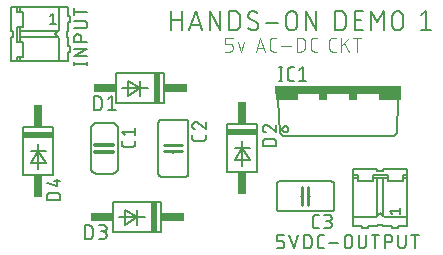
<source format=gbr>
G04 EAGLE Gerber RS-274X export*
G75*
%MOMM*%
%FSLAX34Y34*%
%LPD*%
%INSilkscreen Top*%
%IPPOS*%
%AMOC8*
5,1,8,0,0,1.08239X$1,22.5*%
G01*
%ADD10C,0.152400*%
%ADD11C,0.101600*%
%ADD12C,0.127000*%
%ADD13C,0.304800*%
%ADD14C,0.254000*%
%ADD15R,0.508000X2.540000*%
%ADD16R,1.905000X0.762000*%
%ADD17R,2.540000X0.508000*%
%ADD18R,0.762000X1.905000*%
%ADD19R,10.668000X0.762000*%
%ADD20R,1.905000X0.508000*%
%ADD21R,0.762000X0.508000*%


D10*
X150622Y206502D02*
X150622Y222758D01*
X150622Y215533D02*
X159653Y215533D01*
X159653Y222758D02*
X159653Y206502D01*
X165871Y206502D02*
X171290Y222758D01*
X176709Y206502D01*
X175354Y210566D02*
X167226Y210566D01*
X182927Y206502D02*
X182927Y222758D01*
X191958Y206502D01*
X191958Y222758D01*
X199600Y222758D02*
X199600Y206502D01*
X199600Y222758D02*
X204115Y222758D01*
X204246Y222756D01*
X204378Y222750D01*
X204509Y222741D01*
X204639Y222727D01*
X204770Y222710D01*
X204899Y222689D01*
X205028Y222665D01*
X205156Y222636D01*
X205284Y222604D01*
X205410Y222568D01*
X205535Y222529D01*
X205660Y222486D01*
X205782Y222439D01*
X205904Y222389D01*
X206024Y222335D01*
X206142Y222278D01*
X206258Y222217D01*
X206373Y222153D01*
X206486Y222086D01*
X206597Y222015D01*
X206705Y221941D01*
X206812Y221864D01*
X206916Y221784D01*
X207018Y221701D01*
X207117Y221616D01*
X207214Y221527D01*
X207308Y221435D01*
X207400Y221341D01*
X207489Y221244D01*
X207574Y221145D01*
X207657Y221043D01*
X207737Y220939D01*
X207814Y220832D01*
X207888Y220724D01*
X207959Y220613D01*
X208026Y220500D01*
X208090Y220385D01*
X208151Y220269D01*
X208208Y220151D01*
X208262Y220031D01*
X208312Y219909D01*
X208359Y219787D01*
X208402Y219662D01*
X208441Y219537D01*
X208477Y219411D01*
X208509Y219283D01*
X208538Y219155D01*
X208562Y219026D01*
X208583Y218897D01*
X208600Y218766D01*
X208614Y218636D01*
X208623Y218505D01*
X208629Y218373D01*
X208631Y218242D01*
X208631Y211018D01*
X208632Y211018D02*
X208630Y210887D01*
X208624Y210755D01*
X208615Y210624D01*
X208601Y210494D01*
X208584Y210363D01*
X208563Y210234D01*
X208539Y210105D01*
X208510Y209977D01*
X208478Y209849D01*
X208442Y209723D01*
X208403Y209598D01*
X208360Y209473D01*
X208313Y209351D01*
X208263Y209229D01*
X208209Y209109D01*
X208152Y208991D01*
X208091Y208875D01*
X208027Y208760D01*
X207960Y208647D01*
X207889Y208536D01*
X207815Y208428D01*
X207738Y208321D01*
X207658Y208217D01*
X207575Y208115D01*
X207490Y208016D01*
X207401Y207919D01*
X207309Y207825D01*
X207215Y207733D01*
X207118Y207644D01*
X207019Y207559D01*
X206917Y207476D01*
X206813Y207396D01*
X206706Y207319D01*
X206598Y207245D01*
X206487Y207174D01*
X206374Y207107D01*
X206259Y207043D01*
X206143Y206982D01*
X206025Y206925D01*
X205905Y206871D01*
X205783Y206821D01*
X205661Y206774D01*
X205536Y206731D01*
X205411Y206692D01*
X205285Y206656D01*
X205157Y206624D01*
X205029Y206595D01*
X204900Y206571D01*
X204770Y206550D01*
X204640Y206533D01*
X204510Y206519D01*
X204379Y206510D01*
X204247Y206504D01*
X204116Y206502D01*
X204115Y206502D02*
X199600Y206502D01*
X220650Y206502D02*
X220768Y206504D01*
X220886Y206510D01*
X221004Y206519D01*
X221121Y206533D01*
X221238Y206550D01*
X221355Y206571D01*
X221470Y206596D01*
X221585Y206625D01*
X221699Y206658D01*
X221811Y206694D01*
X221922Y206734D01*
X222032Y206777D01*
X222141Y206824D01*
X222248Y206874D01*
X222353Y206929D01*
X222456Y206986D01*
X222557Y207047D01*
X222657Y207111D01*
X222754Y207178D01*
X222849Y207248D01*
X222941Y207322D01*
X223032Y207398D01*
X223119Y207478D01*
X223204Y207560D01*
X223286Y207645D01*
X223366Y207732D01*
X223442Y207823D01*
X223516Y207915D01*
X223586Y208010D01*
X223653Y208107D01*
X223717Y208207D01*
X223778Y208308D01*
X223835Y208411D01*
X223890Y208516D01*
X223940Y208623D01*
X223987Y208732D01*
X224030Y208842D01*
X224070Y208953D01*
X224106Y209065D01*
X224139Y209179D01*
X224168Y209294D01*
X224193Y209409D01*
X224214Y209526D01*
X224231Y209643D01*
X224245Y209760D01*
X224254Y209878D01*
X224260Y209996D01*
X224262Y210114D01*
X220650Y206502D02*
X220467Y206504D01*
X220285Y206511D01*
X220103Y206522D01*
X219921Y206537D01*
X219739Y206557D01*
X219558Y206580D01*
X219378Y206609D01*
X219198Y206641D01*
X219019Y206678D01*
X218842Y206719D01*
X218665Y206765D01*
X218489Y206814D01*
X218315Y206868D01*
X218141Y206926D01*
X217970Y206988D01*
X217800Y207054D01*
X217631Y207125D01*
X217464Y207199D01*
X217299Y207277D01*
X217136Y207359D01*
X216975Y207445D01*
X216816Y207535D01*
X216659Y207629D01*
X216505Y207726D01*
X216353Y207827D01*
X216203Y207932D01*
X216056Y208040D01*
X215912Y208151D01*
X215770Y208266D01*
X215631Y208385D01*
X215495Y208507D01*
X215362Y208632D01*
X215232Y208760D01*
X215683Y219146D02*
X215685Y219264D01*
X215691Y219382D01*
X215700Y219500D01*
X215714Y219617D01*
X215731Y219734D01*
X215752Y219851D01*
X215777Y219966D01*
X215806Y220081D01*
X215839Y220195D01*
X215875Y220307D01*
X215915Y220418D01*
X215958Y220528D01*
X216005Y220637D01*
X216055Y220744D01*
X216110Y220849D01*
X216167Y220952D01*
X216228Y221053D01*
X216292Y221153D01*
X216359Y221250D01*
X216429Y221345D01*
X216503Y221437D01*
X216579Y221528D01*
X216659Y221615D01*
X216741Y221700D01*
X216826Y221782D01*
X216913Y221862D01*
X217004Y221938D01*
X217096Y222012D01*
X217191Y222082D01*
X217288Y222149D01*
X217388Y222213D01*
X217489Y222274D01*
X217592Y222332D01*
X217697Y222386D01*
X217804Y222436D01*
X217913Y222483D01*
X218023Y222527D01*
X218134Y222566D01*
X218247Y222602D01*
X218360Y222635D01*
X218475Y222664D01*
X218590Y222689D01*
X218707Y222710D01*
X218824Y222727D01*
X218941Y222741D01*
X219059Y222750D01*
X219177Y222756D01*
X219295Y222758D01*
X219456Y222756D01*
X219618Y222750D01*
X219779Y222741D01*
X219940Y222727D01*
X220100Y222710D01*
X220260Y222689D01*
X220420Y222664D01*
X220579Y222635D01*
X220737Y222603D01*
X220894Y222567D01*
X221050Y222527D01*
X221206Y222483D01*
X221360Y222435D01*
X221513Y222384D01*
X221665Y222330D01*
X221816Y222271D01*
X221965Y222210D01*
X222112Y222144D01*
X222258Y222075D01*
X222403Y222003D01*
X222545Y221927D01*
X222686Y221848D01*
X222825Y221766D01*
X222961Y221680D01*
X223096Y221591D01*
X223229Y221499D01*
X223359Y221403D01*
X217489Y215985D02*
X217388Y216047D01*
X217288Y216112D01*
X217191Y216181D01*
X217096Y216253D01*
X217003Y216327D01*
X216913Y216405D01*
X216825Y216486D01*
X216740Y216569D01*
X216658Y216655D01*
X216579Y216744D01*
X216502Y216835D01*
X216429Y216929D01*
X216358Y217025D01*
X216291Y217123D01*
X216227Y217223D01*
X216166Y217326D01*
X216109Y217430D01*
X216055Y217536D01*
X216005Y217644D01*
X215958Y217753D01*
X215914Y217864D01*
X215874Y217976D01*
X215838Y218090D01*
X215806Y218204D01*
X215777Y218320D01*
X215752Y218436D01*
X215731Y218553D01*
X215714Y218671D01*
X215700Y218789D01*
X215691Y218908D01*
X215685Y219027D01*
X215683Y219146D01*
X222456Y213275D02*
X222557Y213213D01*
X222657Y213148D01*
X222754Y213079D01*
X222849Y213007D01*
X222942Y212933D01*
X223032Y212855D01*
X223120Y212774D01*
X223205Y212691D01*
X223287Y212605D01*
X223366Y212516D01*
X223443Y212425D01*
X223516Y212331D01*
X223587Y212235D01*
X223654Y212137D01*
X223718Y212037D01*
X223779Y211934D01*
X223836Y211830D01*
X223890Y211724D01*
X223940Y211616D01*
X223987Y211507D01*
X224031Y211396D01*
X224071Y211284D01*
X224107Y211170D01*
X224139Y211056D01*
X224168Y210940D01*
X224193Y210824D01*
X224214Y210707D01*
X224231Y210589D01*
X224245Y210471D01*
X224254Y210352D01*
X224260Y210233D01*
X224262Y210114D01*
X222456Y213275D02*
X217489Y215985D01*
X230480Y212824D02*
X241318Y212824D01*
X248057Y211018D02*
X248057Y218242D01*
X248056Y218242D02*
X248058Y218375D01*
X248064Y218507D01*
X248074Y218639D01*
X248087Y218771D01*
X248105Y218903D01*
X248126Y219033D01*
X248151Y219164D01*
X248180Y219293D01*
X248213Y219421D01*
X248249Y219549D01*
X248289Y219675D01*
X248333Y219800D01*
X248381Y219924D01*
X248432Y220046D01*
X248487Y220167D01*
X248545Y220286D01*
X248607Y220404D01*
X248672Y220519D01*
X248741Y220633D01*
X248812Y220744D01*
X248888Y220853D01*
X248966Y220960D01*
X249047Y221065D01*
X249132Y221167D01*
X249219Y221267D01*
X249309Y221364D01*
X249402Y221459D01*
X249498Y221550D01*
X249596Y221639D01*
X249697Y221725D01*
X249801Y221808D01*
X249907Y221888D01*
X250015Y221964D01*
X250125Y222038D01*
X250238Y222108D01*
X250352Y222175D01*
X250469Y222238D01*
X250587Y222298D01*
X250707Y222355D01*
X250829Y222408D01*
X250952Y222457D01*
X251076Y222503D01*
X251202Y222545D01*
X251329Y222583D01*
X251457Y222618D01*
X251586Y222649D01*
X251715Y222676D01*
X251846Y222699D01*
X251977Y222719D01*
X252109Y222734D01*
X252241Y222746D01*
X252373Y222754D01*
X252506Y222758D01*
X252638Y222758D01*
X252771Y222754D01*
X252903Y222746D01*
X253035Y222734D01*
X253167Y222719D01*
X253298Y222699D01*
X253429Y222676D01*
X253558Y222649D01*
X253687Y222618D01*
X253815Y222583D01*
X253942Y222545D01*
X254068Y222503D01*
X254192Y222457D01*
X254315Y222408D01*
X254437Y222355D01*
X254557Y222298D01*
X254675Y222238D01*
X254792Y222175D01*
X254906Y222108D01*
X255019Y222038D01*
X255129Y221964D01*
X255237Y221888D01*
X255343Y221808D01*
X255447Y221725D01*
X255548Y221639D01*
X255646Y221550D01*
X255742Y221459D01*
X255835Y221364D01*
X255925Y221267D01*
X256012Y221167D01*
X256097Y221065D01*
X256178Y220960D01*
X256256Y220853D01*
X256332Y220744D01*
X256403Y220633D01*
X256472Y220519D01*
X256537Y220404D01*
X256599Y220286D01*
X256657Y220167D01*
X256712Y220046D01*
X256763Y219924D01*
X256811Y219800D01*
X256855Y219675D01*
X256895Y219549D01*
X256931Y219421D01*
X256964Y219293D01*
X256993Y219164D01*
X257018Y219033D01*
X257039Y218903D01*
X257057Y218771D01*
X257070Y218639D01*
X257080Y218507D01*
X257086Y218375D01*
X257088Y218242D01*
X257088Y211018D01*
X257086Y210885D01*
X257080Y210753D01*
X257070Y210621D01*
X257057Y210489D01*
X257039Y210357D01*
X257018Y210227D01*
X256993Y210096D01*
X256964Y209967D01*
X256931Y209839D01*
X256895Y209711D01*
X256855Y209585D01*
X256811Y209460D01*
X256763Y209336D01*
X256712Y209214D01*
X256657Y209093D01*
X256599Y208974D01*
X256537Y208856D01*
X256472Y208741D01*
X256403Y208627D01*
X256332Y208516D01*
X256256Y208407D01*
X256178Y208300D01*
X256097Y208195D01*
X256012Y208093D01*
X255925Y207993D01*
X255835Y207896D01*
X255742Y207801D01*
X255646Y207710D01*
X255548Y207621D01*
X255447Y207535D01*
X255343Y207452D01*
X255237Y207372D01*
X255129Y207296D01*
X255019Y207222D01*
X254906Y207152D01*
X254792Y207085D01*
X254675Y207022D01*
X254557Y206962D01*
X254437Y206905D01*
X254315Y206852D01*
X254192Y206803D01*
X254068Y206757D01*
X253942Y206715D01*
X253815Y206677D01*
X253687Y206642D01*
X253558Y206611D01*
X253429Y206584D01*
X253298Y206561D01*
X253167Y206541D01*
X253035Y206526D01*
X252903Y206514D01*
X252771Y206506D01*
X252638Y206502D01*
X252506Y206502D01*
X252373Y206506D01*
X252241Y206514D01*
X252109Y206526D01*
X251977Y206541D01*
X251846Y206561D01*
X251715Y206584D01*
X251586Y206611D01*
X251457Y206642D01*
X251329Y206677D01*
X251202Y206715D01*
X251076Y206757D01*
X250952Y206803D01*
X250829Y206852D01*
X250707Y206905D01*
X250587Y206962D01*
X250469Y207022D01*
X250352Y207085D01*
X250238Y207152D01*
X250125Y207222D01*
X250015Y207296D01*
X249907Y207372D01*
X249801Y207452D01*
X249697Y207535D01*
X249596Y207621D01*
X249498Y207710D01*
X249402Y207801D01*
X249309Y207896D01*
X249219Y207993D01*
X249132Y208093D01*
X249047Y208195D01*
X248966Y208300D01*
X248888Y208407D01*
X248812Y208516D01*
X248741Y208627D01*
X248672Y208741D01*
X248607Y208856D01*
X248545Y208974D01*
X248487Y209093D01*
X248432Y209214D01*
X248381Y209336D01*
X248333Y209460D01*
X248289Y209585D01*
X248249Y209711D01*
X248213Y209839D01*
X248180Y209967D01*
X248151Y210096D01*
X248126Y210227D01*
X248105Y210357D01*
X248087Y210489D01*
X248074Y210621D01*
X248064Y210753D01*
X248058Y210885D01*
X248056Y211018D01*
X264209Y206502D02*
X264209Y222758D01*
X273240Y206502D01*
X273240Y222758D01*
X289219Y222758D02*
X289219Y206502D01*
X289219Y222758D02*
X293735Y222758D01*
X293866Y222756D01*
X293998Y222750D01*
X294129Y222741D01*
X294259Y222727D01*
X294390Y222710D01*
X294519Y222689D01*
X294648Y222665D01*
X294776Y222636D01*
X294904Y222604D01*
X295030Y222568D01*
X295155Y222529D01*
X295280Y222486D01*
X295402Y222439D01*
X295524Y222389D01*
X295644Y222335D01*
X295762Y222278D01*
X295878Y222217D01*
X295993Y222153D01*
X296106Y222086D01*
X296217Y222015D01*
X296325Y221941D01*
X296432Y221864D01*
X296536Y221784D01*
X296638Y221701D01*
X296737Y221616D01*
X296834Y221527D01*
X296928Y221435D01*
X297020Y221341D01*
X297109Y221244D01*
X297194Y221145D01*
X297277Y221043D01*
X297357Y220939D01*
X297434Y220832D01*
X297508Y220724D01*
X297579Y220613D01*
X297646Y220500D01*
X297710Y220385D01*
X297771Y220269D01*
X297828Y220151D01*
X297882Y220031D01*
X297932Y219909D01*
X297979Y219787D01*
X298022Y219662D01*
X298061Y219537D01*
X298097Y219411D01*
X298129Y219283D01*
X298158Y219155D01*
X298182Y219026D01*
X298203Y218897D01*
X298220Y218766D01*
X298234Y218636D01*
X298243Y218505D01*
X298249Y218373D01*
X298251Y218242D01*
X298250Y218242D02*
X298250Y211018D01*
X298251Y211018D02*
X298249Y210887D01*
X298243Y210755D01*
X298234Y210624D01*
X298220Y210494D01*
X298203Y210363D01*
X298182Y210234D01*
X298158Y210105D01*
X298129Y209977D01*
X298097Y209849D01*
X298061Y209723D01*
X298022Y209598D01*
X297979Y209473D01*
X297932Y209351D01*
X297882Y209229D01*
X297828Y209109D01*
X297771Y208991D01*
X297710Y208875D01*
X297646Y208760D01*
X297579Y208647D01*
X297508Y208536D01*
X297434Y208428D01*
X297357Y208321D01*
X297277Y208217D01*
X297194Y208115D01*
X297109Y208016D01*
X297020Y207919D01*
X296928Y207825D01*
X296834Y207733D01*
X296737Y207644D01*
X296638Y207559D01*
X296536Y207476D01*
X296432Y207396D01*
X296325Y207319D01*
X296217Y207245D01*
X296106Y207174D01*
X295993Y207107D01*
X295878Y207043D01*
X295762Y206982D01*
X295644Y206925D01*
X295524Y206871D01*
X295402Y206821D01*
X295280Y206774D01*
X295155Y206731D01*
X295030Y206692D01*
X294904Y206656D01*
X294776Y206624D01*
X294648Y206595D01*
X294519Y206571D01*
X294389Y206550D01*
X294259Y206533D01*
X294129Y206519D01*
X293998Y206510D01*
X293866Y206504D01*
X293735Y206502D01*
X289219Y206502D01*
X305922Y206502D02*
X313147Y206502D01*
X305922Y206502D02*
X305922Y222758D01*
X313147Y222758D01*
X311341Y215533D02*
X305922Y215533D01*
X319578Y222758D02*
X319578Y206502D01*
X324997Y213727D02*
X319578Y222758D01*
X324997Y213727D02*
X330416Y222758D01*
X330416Y206502D01*
X337676Y211018D02*
X337676Y218242D01*
X337675Y218242D02*
X337677Y218375D01*
X337683Y218507D01*
X337693Y218639D01*
X337706Y218771D01*
X337724Y218903D01*
X337745Y219033D01*
X337770Y219164D01*
X337799Y219293D01*
X337832Y219421D01*
X337868Y219549D01*
X337908Y219675D01*
X337952Y219800D01*
X338000Y219924D01*
X338051Y220046D01*
X338106Y220167D01*
X338164Y220286D01*
X338226Y220404D01*
X338291Y220519D01*
X338360Y220633D01*
X338431Y220744D01*
X338507Y220853D01*
X338585Y220960D01*
X338666Y221065D01*
X338751Y221167D01*
X338838Y221267D01*
X338928Y221364D01*
X339021Y221459D01*
X339117Y221550D01*
X339215Y221639D01*
X339316Y221725D01*
X339420Y221808D01*
X339526Y221888D01*
X339634Y221964D01*
X339744Y222038D01*
X339857Y222108D01*
X339971Y222175D01*
X340088Y222238D01*
X340206Y222298D01*
X340326Y222355D01*
X340448Y222408D01*
X340571Y222457D01*
X340695Y222503D01*
X340821Y222545D01*
X340948Y222583D01*
X341076Y222618D01*
X341205Y222649D01*
X341334Y222676D01*
X341465Y222699D01*
X341596Y222719D01*
X341728Y222734D01*
X341860Y222746D01*
X341992Y222754D01*
X342125Y222758D01*
X342257Y222758D01*
X342390Y222754D01*
X342522Y222746D01*
X342654Y222734D01*
X342786Y222719D01*
X342917Y222699D01*
X343048Y222676D01*
X343177Y222649D01*
X343306Y222618D01*
X343434Y222583D01*
X343561Y222545D01*
X343687Y222503D01*
X343811Y222457D01*
X343934Y222408D01*
X344056Y222355D01*
X344176Y222298D01*
X344294Y222238D01*
X344411Y222175D01*
X344525Y222108D01*
X344638Y222038D01*
X344748Y221964D01*
X344856Y221888D01*
X344962Y221808D01*
X345066Y221725D01*
X345167Y221639D01*
X345265Y221550D01*
X345361Y221459D01*
X345454Y221364D01*
X345544Y221267D01*
X345631Y221167D01*
X345716Y221065D01*
X345797Y220960D01*
X345875Y220853D01*
X345951Y220744D01*
X346022Y220633D01*
X346091Y220519D01*
X346156Y220404D01*
X346218Y220286D01*
X346276Y220167D01*
X346331Y220046D01*
X346382Y219924D01*
X346430Y219800D01*
X346474Y219675D01*
X346514Y219549D01*
X346550Y219421D01*
X346583Y219293D01*
X346612Y219164D01*
X346637Y219033D01*
X346658Y218903D01*
X346676Y218771D01*
X346689Y218639D01*
X346699Y218507D01*
X346705Y218375D01*
X346707Y218242D01*
X346707Y211018D01*
X346705Y210885D01*
X346699Y210753D01*
X346689Y210621D01*
X346676Y210489D01*
X346658Y210357D01*
X346637Y210227D01*
X346612Y210096D01*
X346583Y209967D01*
X346550Y209839D01*
X346514Y209711D01*
X346474Y209585D01*
X346430Y209460D01*
X346382Y209336D01*
X346331Y209214D01*
X346276Y209093D01*
X346218Y208974D01*
X346156Y208856D01*
X346091Y208741D01*
X346022Y208627D01*
X345951Y208516D01*
X345875Y208407D01*
X345797Y208300D01*
X345716Y208195D01*
X345631Y208093D01*
X345544Y207993D01*
X345454Y207896D01*
X345361Y207801D01*
X345265Y207710D01*
X345167Y207621D01*
X345066Y207535D01*
X344962Y207452D01*
X344856Y207372D01*
X344748Y207296D01*
X344638Y207222D01*
X344525Y207152D01*
X344411Y207085D01*
X344294Y207022D01*
X344176Y206962D01*
X344056Y206905D01*
X343934Y206852D01*
X343811Y206803D01*
X343687Y206757D01*
X343561Y206715D01*
X343434Y206677D01*
X343306Y206642D01*
X343177Y206611D01*
X343048Y206584D01*
X342917Y206561D01*
X342786Y206541D01*
X342654Y206526D01*
X342522Y206514D01*
X342390Y206506D01*
X342257Y206502D01*
X342125Y206502D01*
X341992Y206506D01*
X341860Y206514D01*
X341728Y206526D01*
X341596Y206541D01*
X341465Y206561D01*
X341334Y206584D01*
X341205Y206611D01*
X341076Y206642D01*
X340948Y206677D01*
X340821Y206715D01*
X340695Y206757D01*
X340571Y206803D01*
X340448Y206852D01*
X340326Y206905D01*
X340206Y206962D01*
X340088Y207022D01*
X339971Y207085D01*
X339857Y207152D01*
X339744Y207222D01*
X339634Y207296D01*
X339526Y207372D01*
X339420Y207452D01*
X339316Y207535D01*
X339215Y207621D01*
X339117Y207710D01*
X339021Y207801D01*
X338928Y207896D01*
X338838Y207993D01*
X338751Y208093D01*
X338666Y208195D01*
X338585Y208300D01*
X338507Y208407D01*
X338431Y208516D01*
X338360Y208627D01*
X338291Y208741D01*
X338226Y208856D01*
X338164Y208974D01*
X338106Y209093D01*
X338051Y209214D01*
X338000Y209336D01*
X337952Y209460D01*
X337908Y209585D01*
X337868Y209711D01*
X337832Y209839D01*
X337799Y209967D01*
X337770Y210096D01*
X337745Y210227D01*
X337724Y210357D01*
X337706Y210489D01*
X337693Y210621D01*
X337683Y210753D01*
X337677Y210885D01*
X337675Y211018D01*
X361644Y219146D02*
X366159Y222758D01*
X366159Y206502D01*
X361644Y206502D02*
X370675Y206502D01*
D11*
X199983Y188468D02*
X196088Y188468D01*
X199983Y188468D02*
X200082Y188470D01*
X200182Y188476D01*
X200281Y188485D01*
X200379Y188498D01*
X200477Y188515D01*
X200575Y188536D01*
X200671Y188561D01*
X200766Y188589D01*
X200860Y188621D01*
X200953Y188656D01*
X201045Y188695D01*
X201135Y188738D01*
X201223Y188783D01*
X201310Y188833D01*
X201394Y188885D01*
X201477Y188941D01*
X201557Y188999D01*
X201635Y189061D01*
X201710Y189126D01*
X201783Y189194D01*
X201853Y189264D01*
X201921Y189337D01*
X201986Y189412D01*
X202048Y189490D01*
X202106Y189570D01*
X202162Y189653D01*
X202214Y189737D01*
X202264Y189824D01*
X202309Y189912D01*
X202352Y190002D01*
X202391Y190094D01*
X202426Y190187D01*
X202458Y190281D01*
X202486Y190376D01*
X202511Y190472D01*
X202532Y190570D01*
X202549Y190668D01*
X202562Y190766D01*
X202571Y190865D01*
X202577Y190965D01*
X202579Y191064D01*
X202579Y192363D01*
X202577Y192462D01*
X202571Y192562D01*
X202562Y192661D01*
X202549Y192759D01*
X202532Y192857D01*
X202511Y192955D01*
X202486Y193051D01*
X202458Y193146D01*
X202426Y193240D01*
X202391Y193333D01*
X202352Y193425D01*
X202309Y193515D01*
X202264Y193603D01*
X202214Y193690D01*
X202162Y193774D01*
X202106Y193857D01*
X202048Y193937D01*
X201986Y194015D01*
X201921Y194090D01*
X201853Y194163D01*
X201783Y194233D01*
X201710Y194301D01*
X201635Y194366D01*
X201557Y194428D01*
X201477Y194486D01*
X201394Y194542D01*
X201310Y194594D01*
X201223Y194644D01*
X201135Y194689D01*
X201045Y194732D01*
X200953Y194771D01*
X200860Y194806D01*
X200766Y194838D01*
X200671Y194866D01*
X200575Y194891D01*
X200477Y194912D01*
X200379Y194929D01*
X200281Y194942D01*
X200182Y194951D01*
X200082Y194957D01*
X199983Y194959D01*
X196088Y194959D01*
X196088Y200152D01*
X202579Y200152D01*
X207024Y196257D02*
X209621Y188468D01*
X212217Y196257D01*
X222109Y188468D02*
X226004Y200152D01*
X229898Y188468D01*
X228925Y191389D02*
X223083Y191389D01*
X236751Y188468D02*
X239348Y188468D01*
X236751Y188468D02*
X236652Y188470D01*
X236552Y188476D01*
X236453Y188485D01*
X236355Y188498D01*
X236257Y188515D01*
X236159Y188536D01*
X236063Y188561D01*
X235968Y188589D01*
X235874Y188621D01*
X235781Y188656D01*
X235689Y188695D01*
X235599Y188738D01*
X235511Y188783D01*
X235424Y188833D01*
X235340Y188885D01*
X235257Y188941D01*
X235177Y188999D01*
X235099Y189061D01*
X235024Y189126D01*
X234951Y189194D01*
X234881Y189264D01*
X234813Y189337D01*
X234748Y189412D01*
X234686Y189490D01*
X234628Y189570D01*
X234572Y189653D01*
X234520Y189737D01*
X234470Y189824D01*
X234425Y189912D01*
X234382Y190002D01*
X234343Y190094D01*
X234308Y190187D01*
X234276Y190281D01*
X234248Y190376D01*
X234223Y190472D01*
X234202Y190570D01*
X234185Y190668D01*
X234172Y190766D01*
X234163Y190865D01*
X234157Y190965D01*
X234155Y191064D01*
X234155Y197556D01*
X234157Y197655D01*
X234163Y197755D01*
X234172Y197854D01*
X234185Y197952D01*
X234202Y198050D01*
X234223Y198148D01*
X234248Y198244D01*
X234276Y198339D01*
X234308Y198433D01*
X234343Y198526D01*
X234382Y198618D01*
X234425Y198708D01*
X234470Y198796D01*
X234520Y198883D01*
X234572Y198967D01*
X234628Y199050D01*
X234686Y199130D01*
X234748Y199208D01*
X234813Y199283D01*
X234881Y199356D01*
X234951Y199426D01*
X235024Y199494D01*
X235099Y199559D01*
X235177Y199621D01*
X235257Y199679D01*
X235340Y199735D01*
X235424Y199787D01*
X235511Y199837D01*
X235599Y199882D01*
X235689Y199925D01*
X235781Y199964D01*
X235873Y199999D01*
X235968Y200031D01*
X236063Y200059D01*
X236159Y200084D01*
X236257Y200105D01*
X236355Y200122D01*
X236453Y200135D01*
X236552Y200144D01*
X236652Y200150D01*
X236751Y200152D01*
X239348Y200152D01*
X243826Y193012D02*
X251615Y193012D01*
X257048Y188468D02*
X257048Y200152D01*
X260294Y200152D01*
X260407Y200150D01*
X260520Y200144D01*
X260633Y200134D01*
X260746Y200120D01*
X260858Y200103D01*
X260969Y200081D01*
X261079Y200056D01*
X261189Y200026D01*
X261297Y199993D01*
X261404Y199956D01*
X261510Y199916D01*
X261614Y199871D01*
X261717Y199823D01*
X261818Y199772D01*
X261917Y199717D01*
X262014Y199659D01*
X262109Y199597D01*
X262202Y199532D01*
X262292Y199464D01*
X262380Y199393D01*
X262466Y199318D01*
X262549Y199241D01*
X262629Y199161D01*
X262706Y199078D01*
X262781Y198992D01*
X262852Y198904D01*
X262920Y198814D01*
X262985Y198721D01*
X263047Y198626D01*
X263105Y198529D01*
X263160Y198430D01*
X263211Y198329D01*
X263259Y198226D01*
X263304Y198122D01*
X263344Y198016D01*
X263381Y197909D01*
X263414Y197801D01*
X263444Y197691D01*
X263469Y197581D01*
X263491Y197470D01*
X263508Y197358D01*
X263522Y197245D01*
X263532Y197132D01*
X263538Y197019D01*
X263540Y196906D01*
X263539Y196906D02*
X263539Y191714D01*
X263540Y191714D02*
X263538Y191601D01*
X263532Y191488D01*
X263522Y191375D01*
X263508Y191262D01*
X263491Y191150D01*
X263469Y191039D01*
X263444Y190929D01*
X263414Y190819D01*
X263381Y190711D01*
X263344Y190604D01*
X263304Y190498D01*
X263259Y190394D01*
X263211Y190291D01*
X263160Y190190D01*
X263105Y190091D01*
X263047Y189994D01*
X262985Y189899D01*
X262920Y189806D01*
X262852Y189716D01*
X262781Y189628D01*
X262706Y189542D01*
X262629Y189459D01*
X262549Y189379D01*
X262466Y189302D01*
X262380Y189227D01*
X262292Y189156D01*
X262202Y189088D01*
X262109Y189023D01*
X262014Y188961D01*
X261917Y188903D01*
X261818Y188848D01*
X261717Y188797D01*
X261614Y188749D01*
X261510Y188704D01*
X261404Y188664D01*
X261297Y188627D01*
X261189Y188594D01*
X261079Y188564D01*
X260969Y188539D01*
X260858Y188517D01*
X260746Y188500D01*
X260633Y188486D01*
X260520Y188476D01*
X260407Y188470D01*
X260294Y188468D01*
X257048Y188468D01*
X271422Y188468D02*
X274019Y188468D01*
X271422Y188468D02*
X271323Y188470D01*
X271223Y188476D01*
X271124Y188485D01*
X271026Y188498D01*
X270928Y188515D01*
X270830Y188536D01*
X270734Y188561D01*
X270639Y188589D01*
X270545Y188621D01*
X270452Y188656D01*
X270360Y188695D01*
X270270Y188738D01*
X270182Y188783D01*
X270095Y188833D01*
X270011Y188885D01*
X269928Y188941D01*
X269848Y188999D01*
X269770Y189061D01*
X269695Y189126D01*
X269622Y189194D01*
X269552Y189264D01*
X269484Y189337D01*
X269419Y189412D01*
X269357Y189490D01*
X269299Y189570D01*
X269243Y189653D01*
X269191Y189737D01*
X269141Y189824D01*
X269096Y189912D01*
X269053Y190002D01*
X269014Y190094D01*
X268979Y190187D01*
X268947Y190281D01*
X268919Y190376D01*
X268894Y190472D01*
X268873Y190570D01*
X268856Y190668D01*
X268843Y190766D01*
X268834Y190865D01*
X268828Y190965D01*
X268826Y191064D01*
X268826Y197556D01*
X268828Y197655D01*
X268834Y197755D01*
X268843Y197854D01*
X268856Y197952D01*
X268873Y198050D01*
X268894Y198148D01*
X268919Y198244D01*
X268947Y198339D01*
X268979Y198433D01*
X269014Y198526D01*
X269053Y198618D01*
X269096Y198708D01*
X269141Y198796D01*
X269191Y198883D01*
X269243Y198967D01*
X269299Y199050D01*
X269357Y199130D01*
X269419Y199208D01*
X269484Y199283D01*
X269552Y199356D01*
X269622Y199426D01*
X269695Y199494D01*
X269770Y199559D01*
X269848Y199621D01*
X269928Y199679D01*
X270011Y199735D01*
X270095Y199787D01*
X270182Y199837D01*
X270270Y199882D01*
X270360Y199925D01*
X270452Y199964D01*
X270544Y199999D01*
X270639Y200031D01*
X270734Y200059D01*
X270830Y200084D01*
X270928Y200105D01*
X271026Y200122D01*
X271124Y200135D01*
X271223Y200144D01*
X271323Y200150D01*
X271422Y200152D01*
X274019Y200152D01*
X287043Y188468D02*
X289640Y188468D01*
X287043Y188468D02*
X286944Y188470D01*
X286844Y188476D01*
X286745Y188485D01*
X286647Y188498D01*
X286549Y188515D01*
X286451Y188536D01*
X286355Y188561D01*
X286260Y188589D01*
X286166Y188621D01*
X286073Y188656D01*
X285981Y188695D01*
X285891Y188738D01*
X285803Y188783D01*
X285716Y188833D01*
X285632Y188885D01*
X285549Y188941D01*
X285469Y188999D01*
X285391Y189061D01*
X285316Y189126D01*
X285243Y189194D01*
X285173Y189264D01*
X285105Y189337D01*
X285040Y189412D01*
X284978Y189490D01*
X284920Y189570D01*
X284864Y189653D01*
X284812Y189737D01*
X284762Y189824D01*
X284717Y189912D01*
X284674Y190002D01*
X284635Y190094D01*
X284600Y190187D01*
X284568Y190281D01*
X284540Y190376D01*
X284515Y190472D01*
X284494Y190570D01*
X284477Y190668D01*
X284464Y190766D01*
X284455Y190865D01*
X284449Y190965D01*
X284447Y191064D01*
X284447Y197556D01*
X284449Y197655D01*
X284455Y197755D01*
X284464Y197854D01*
X284477Y197952D01*
X284494Y198050D01*
X284515Y198148D01*
X284540Y198244D01*
X284568Y198339D01*
X284600Y198433D01*
X284635Y198526D01*
X284674Y198618D01*
X284717Y198708D01*
X284762Y198796D01*
X284812Y198883D01*
X284864Y198967D01*
X284920Y199050D01*
X284978Y199130D01*
X285040Y199208D01*
X285105Y199283D01*
X285173Y199356D01*
X285243Y199426D01*
X285316Y199494D01*
X285391Y199559D01*
X285469Y199621D01*
X285549Y199679D01*
X285632Y199735D01*
X285716Y199787D01*
X285803Y199837D01*
X285891Y199882D01*
X285981Y199925D01*
X286073Y199964D01*
X286165Y199999D01*
X286260Y200031D01*
X286355Y200059D01*
X286451Y200084D01*
X286549Y200105D01*
X286647Y200122D01*
X286745Y200135D01*
X286844Y200144D01*
X286944Y200150D01*
X287043Y200152D01*
X289640Y200152D01*
X294555Y200152D02*
X294555Y188468D01*
X294555Y193012D02*
X301046Y200152D01*
X297152Y195608D02*
X301046Y188468D01*
X307918Y188468D02*
X307918Y200152D01*
X304673Y200152D02*
X311164Y200152D01*
D10*
X350520Y48260D02*
X350520Y40640D01*
X350520Y48260D02*
X331470Y48260D01*
X330200Y49530D01*
X327660Y52070D01*
X325120Y49530D01*
X323850Y48260D01*
X330200Y87630D02*
X330200Y88900D01*
X350520Y88900D01*
X330200Y87630D02*
X325120Y87630D01*
X325120Y88900D01*
X304800Y88900D01*
X304800Y48260D02*
X323850Y48260D01*
X304800Y48260D02*
X304800Y40640D01*
X350520Y48260D02*
X350520Y81280D01*
X350520Y83820D02*
X350520Y88900D01*
X350520Y83820D02*
X346710Y83820D01*
X304800Y83820D02*
X304800Y88900D01*
X304800Y83820D02*
X308610Y83820D01*
X304800Y81280D02*
X304800Y48260D01*
X308610Y81280D02*
X308610Y83820D01*
X308610Y78740D02*
X321310Y78740D01*
X334010Y81280D02*
X334010Y83820D01*
X346710Y83820D02*
X346710Y81280D01*
X346710Y78740D02*
X334010Y78740D01*
X334010Y83820D02*
X321310Y83820D01*
X334010Y81280D02*
X334010Y78740D01*
X321310Y81280D02*
X321310Y83820D01*
X321310Y81280D02*
X321310Y78740D01*
X321310Y81280D02*
X325120Y81280D01*
X325120Y49530D01*
X330200Y81280D02*
X334010Y81280D01*
X330200Y81280D02*
X325120Y81280D01*
X330200Y81280D02*
X330200Y49530D01*
X308610Y81280D02*
X304800Y81280D01*
X308610Y81280D02*
X308610Y78740D01*
X304800Y81280D02*
X304800Y83820D01*
X346710Y81280D02*
X350520Y81280D01*
X346710Y81280D02*
X346710Y78740D01*
X350520Y81280D02*
X350520Y83820D01*
X350520Y40640D02*
X342900Y40640D01*
X342900Y39370D01*
X337820Y39370D02*
X337820Y40640D01*
X337820Y39370D02*
X342900Y39370D01*
X317500Y39370D02*
X317500Y40640D01*
X312420Y40640D02*
X304800Y40640D01*
X312420Y40640D02*
X312420Y39370D01*
X317500Y39370D01*
X325120Y40640D02*
X325120Y41910D01*
X325120Y40640D02*
X317500Y40640D01*
X325120Y41910D02*
X330200Y41910D01*
X330200Y40640D01*
X337820Y40640D01*
D12*
X337834Y51209D02*
X335915Y53608D01*
X344551Y53608D01*
X344551Y51209D02*
X344551Y56007D01*
X243586Y21971D02*
X239776Y21971D01*
X243586Y21971D02*
X243686Y21973D01*
X243785Y21979D01*
X243885Y21989D01*
X243983Y22002D01*
X244082Y22020D01*
X244179Y22041D01*
X244275Y22066D01*
X244371Y22095D01*
X244465Y22128D01*
X244558Y22164D01*
X244649Y22204D01*
X244739Y22248D01*
X244827Y22295D01*
X244913Y22345D01*
X244997Y22399D01*
X245079Y22456D01*
X245158Y22516D01*
X245236Y22580D01*
X245310Y22646D01*
X245382Y22715D01*
X245451Y22787D01*
X245517Y22861D01*
X245581Y22939D01*
X245641Y23018D01*
X245698Y23100D01*
X245752Y23184D01*
X245802Y23270D01*
X245849Y23358D01*
X245893Y23448D01*
X245933Y23539D01*
X245969Y23632D01*
X246002Y23726D01*
X246031Y23822D01*
X246056Y23918D01*
X246077Y24015D01*
X246095Y24114D01*
X246108Y24212D01*
X246118Y24312D01*
X246124Y24411D01*
X246126Y24511D01*
X246126Y25781D01*
X246124Y25881D01*
X246118Y25980D01*
X246108Y26080D01*
X246095Y26178D01*
X246077Y26277D01*
X246056Y26374D01*
X246031Y26470D01*
X246002Y26566D01*
X245969Y26660D01*
X245933Y26753D01*
X245893Y26844D01*
X245849Y26934D01*
X245802Y27022D01*
X245752Y27108D01*
X245698Y27192D01*
X245641Y27274D01*
X245581Y27353D01*
X245517Y27431D01*
X245451Y27505D01*
X245382Y27577D01*
X245310Y27646D01*
X245236Y27712D01*
X245158Y27776D01*
X245079Y27836D01*
X244997Y27893D01*
X244913Y27947D01*
X244827Y27997D01*
X244739Y28044D01*
X244649Y28088D01*
X244558Y28128D01*
X244465Y28164D01*
X244371Y28197D01*
X244275Y28226D01*
X244179Y28251D01*
X244082Y28272D01*
X243983Y28290D01*
X243885Y28303D01*
X243785Y28313D01*
X243686Y28319D01*
X243586Y28321D01*
X239776Y28321D01*
X239776Y33401D01*
X246126Y33401D01*
X250571Y33401D02*
X254381Y21971D01*
X258191Y33401D01*
X263017Y33401D02*
X263017Y21971D01*
X263017Y33401D02*
X266192Y33401D01*
X266303Y33399D01*
X266413Y33393D01*
X266524Y33384D01*
X266634Y33370D01*
X266743Y33353D01*
X266852Y33332D01*
X266960Y33307D01*
X267067Y33278D01*
X267173Y33246D01*
X267278Y33210D01*
X267381Y33170D01*
X267483Y33127D01*
X267584Y33080D01*
X267683Y33029D01*
X267780Y32976D01*
X267874Y32919D01*
X267967Y32858D01*
X268058Y32795D01*
X268147Y32728D01*
X268233Y32658D01*
X268316Y32585D01*
X268398Y32510D01*
X268476Y32432D01*
X268551Y32350D01*
X268624Y32267D01*
X268694Y32181D01*
X268761Y32092D01*
X268824Y32001D01*
X268885Y31908D01*
X268942Y31814D01*
X268995Y31717D01*
X269046Y31618D01*
X269093Y31517D01*
X269136Y31415D01*
X269176Y31312D01*
X269212Y31207D01*
X269244Y31101D01*
X269273Y30994D01*
X269298Y30886D01*
X269319Y30777D01*
X269336Y30668D01*
X269350Y30558D01*
X269359Y30447D01*
X269365Y30337D01*
X269367Y30226D01*
X269367Y25146D01*
X269365Y25035D01*
X269359Y24925D01*
X269350Y24814D01*
X269336Y24704D01*
X269319Y24595D01*
X269298Y24486D01*
X269273Y24378D01*
X269244Y24271D01*
X269212Y24165D01*
X269176Y24060D01*
X269136Y23957D01*
X269093Y23855D01*
X269046Y23754D01*
X268995Y23655D01*
X268942Y23558D01*
X268885Y23464D01*
X268824Y23371D01*
X268761Y23280D01*
X268694Y23191D01*
X268624Y23105D01*
X268551Y23022D01*
X268476Y22940D01*
X268398Y22862D01*
X268316Y22787D01*
X268233Y22714D01*
X268147Y22644D01*
X268058Y22577D01*
X267967Y22514D01*
X267874Y22453D01*
X267780Y22396D01*
X267683Y22343D01*
X267584Y22292D01*
X267483Y22245D01*
X267381Y22202D01*
X267278Y22162D01*
X267173Y22126D01*
X267067Y22094D01*
X266960Y22065D01*
X266852Y22040D01*
X266743Y22019D01*
X266634Y22002D01*
X266524Y21988D01*
X266413Y21979D01*
X266303Y21973D01*
X266192Y21971D01*
X263017Y21971D01*
X277331Y21971D02*
X279871Y21971D01*
X277331Y21971D02*
X277231Y21973D01*
X277132Y21979D01*
X277032Y21989D01*
X276934Y22002D01*
X276835Y22020D01*
X276738Y22041D01*
X276642Y22066D01*
X276546Y22095D01*
X276452Y22128D01*
X276359Y22164D01*
X276268Y22204D01*
X276178Y22248D01*
X276090Y22295D01*
X276004Y22345D01*
X275920Y22399D01*
X275838Y22456D01*
X275759Y22516D01*
X275681Y22580D01*
X275607Y22646D01*
X275535Y22715D01*
X275466Y22787D01*
X275400Y22861D01*
X275336Y22939D01*
X275276Y23018D01*
X275219Y23100D01*
X275165Y23184D01*
X275115Y23270D01*
X275068Y23358D01*
X275024Y23448D01*
X274984Y23539D01*
X274948Y23632D01*
X274915Y23726D01*
X274886Y23822D01*
X274861Y23918D01*
X274840Y24015D01*
X274822Y24114D01*
X274809Y24212D01*
X274799Y24312D01*
X274793Y24411D01*
X274791Y24511D01*
X274791Y30861D01*
X274793Y30961D01*
X274799Y31060D01*
X274809Y31160D01*
X274822Y31258D01*
X274840Y31357D01*
X274861Y31454D01*
X274886Y31550D01*
X274915Y31646D01*
X274948Y31740D01*
X274984Y31833D01*
X275024Y31924D01*
X275068Y32014D01*
X275115Y32102D01*
X275165Y32188D01*
X275219Y32272D01*
X275276Y32354D01*
X275336Y32433D01*
X275400Y32511D01*
X275466Y32585D01*
X275535Y32657D01*
X275607Y32726D01*
X275681Y32792D01*
X275759Y32856D01*
X275838Y32916D01*
X275920Y32973D01*
X276004Y33027D01*
X276090Y33077D01*
X276178Y33124D01*
X276268Y33168D01*
X276359Y33208D01*
X276452Y33244D01*
X276546Y33277D01*
X276642Y33306D01*
X276738Y33331D01*
X276835Y33352D01*
X276934Y33370D01*
X277032Y33383D01*
X277132Y33393D01*
X277231Y33399D01*
X277331Y33401D01*
X279871Y33401D01*
X284480Y26416D02*
X292100Y26416D01*
X297307Y25146D02*
X297307Y30226D01*
X297309Y30337D01*
X297315Y30447D01*
X297324Y30558D01*
X297338Y30668D01*
X297355Y30777D01*
X297376Y30886D01*
X297401Y30994D01*
X297430Y31101D01*
X297462Y31207D01*
X297498Y31312D01*
X297538Y31415D01*
X297581Y31517D01*
X297628Y31618D01*
X297679Y31717D01*
X297732Y31813D01*
X297789Y31908D01*
X297850Y32001D01*
X297913Y32092D01*
X297980Y32181D01*
X298050Y32267D01*
X298123Y32350D01*
X298198Y32432D01*
X298276Y32510D01*
X298358Y32585D01*
X298441Y32658D01*
X298527Y32728D01*
X298616Y32795D01*
X298707Y32858D01*
X298800Y32919D01*
X298895Y32976D01*
X298991Y33029D01*
X299090Y33080D01*
X299191Y33127D01*
X299293Y33170D01*
X299396Y33210D01*
X299501Y33246D01*
X299607Y33278D01*
X299714Y33307D01*
X299822Y33332D01*
X299931Y33353D01*
X300040Y33370D01*
X300150Y33384D01*
X300261Y33393D01*
X300371Y33399D01*
X300482Y33401D01*
X300593Y33399D01*
X300703Y33393D01*
X300814Y33384D01*
X300924Y33370D01*
X301033Y33353D01*
X301142Y33332D01*
X301250Y33307D01*
X301357Y33278D01*
X301463Y33246D01*
X301568Y33210D01*
X301671Y33170D01*
X301773Y33127D01*
X301874Y33080D01*
X301973Y33029D01*
X302070Y32976D01*
X302164Y32919D01*
X302257Y32858D01*
X302348Y32795D01*
X302437Y32728D01*
X302523Y32658D01*
X302606Y32585D01*
X302688Y32510D01*
X302766Y32432D01*
X302841Y32350D01*
X302914Y32267D01*
X302984Y32181D01*
X303051Y32092D01*
X303114Y32001D01*
X303175Y31908D01*
X303232Y31814D01*
X303285Y31717D01*
X303336Y31618D01*
X303383Y31517D01*
X303426Y31415D01*
X303466Y31312D01*
X303502Y31207D01*
X303534Y31101D01*
X303563Y30994D01*
X303588Y30886D01*
X303609Y30777D01*
X303626Y30668D01*
X303640Y30558D01*
X303649Y30447D01*
X303655Y30337D01*
X303657Y30226D01*
X303657Y25146D01*
X303655Y25035D01*
X303649Y24925D01*
X303640Y24814D01*
X303626Y24704D01*
X303609Y24595D01*
X303588Y24486D01*
X303563Y24378D01*
X303534Y24271D01*
X303502Y24165D01*
X303466Y24060D01*
X303426Y23957D01*
X303383Y23855D01*
X303336Y23754D01*
X303285Y23655D01*
X303232Y23558D01*
X303175Y23464D01*
X303114Y23371D01*
X303051Y23280D01*
X302984Y23191D01*
X302914Y23105D01*
X302841Y23022D01*
X302766Y22940D01*
X302688Y22862D01*
X302606Y22787D01*
X302523Y22714D01*
X302437Y22644D01*
X302348Y22577D01*
X302257Y22514D01*
X302164Y22453D01*
X302069Y22396D01*
X301973Y22343D01*
X301874Y22292D01*
X301773Y22245D01*
X301671Y22202D01*
X301568Y22162D01*
X301463Y22126D01*
X301357Y22094D01*
X301250Y22065D01*
X301142Y22040D01*
X301033Y22019D01*
X300924Y22002D01*
X300814Y21988D01*
X300703Y21979D01*
X300593Y21973D01*
X300482Y21971D01*
X300371Y21973D01*
X300261Y21979D01*
X300150Y21988D01*
X300040Y22002D01*
X299931Y22019D01*
X299822Y22040D01*
X299714Y22065D01*
X299607Y22094D01*
X299501Y22126D01*
X299396Y22162D01*
X299293Y22202D01*
X299191Y22245D01*
X299090Y22292D01*
X298991Y22343D01*
X298895Y22396D01*
X298800Y22453D01*
X298707Y22514D01*
X298616Y22577D01*
X298527Y22644D01*
X298441Y22714D01*
X298358Y22787D01*
X298276Y22862D01*
X298198Y22940D01*
X298123Y23022D01*
X298050Y23105D01*
X297980Y23191D01*
X297913Y23280D01*
X297850Y23371D01*
X297789Y23464D01*
X297732Y23559D01*
X297679Y23655D01*
X297628Y23754D01*
X297581Y23855D01*
X297538Y23957D01*
X297498Y24060D01*
X297462Y24165D01*
X297430Y24271D01*
X297401Y24378D01*
X297376Y24486D01*
X297355Y24595D01*
X297338Y24704D01*
X297324Y24814D01*
X297315Y24925D01*
X297309Y25035D01*
X297307Y25146D01*
X309118Y25146D02*
X309118Y33401D01*
X309118Y25146D02*
X309120Y25035D01*
X309126Y24925D01*
X309135Y24814D01*
X309149Y24704D01*
X309166Y24595D01*
X309187Y24486D01*
X309212Y24378D01*
X309241Y24271D01*
X309273Y24165D01*
X309309Y24060D01*
X309349Y23957D01*
X309392Y23855D01*
X309439Y23754D01*
X309490Y23655D01*
X309543Y23559D01*
X309600Y23464D01*
X309661Y23371D01*
X309724Y23280D01*
X309791Y23191D01*
X309861Y23105D01*
X309934Y23022D01*
X310009Y22940D01*
X310087Y22862D01*
X310169Y22787D01*
X310252Y22714D01*
X310338Y22644D01*
X310427Y22577D01*
X310518Y22514D01*
X310611Y22453D01*
X310706Y22396D01*
X310802Y22343D01*
X310901Y22292D01*
X311002Y22245D01*
X311104Y22202D01*
X311207Y22162D01*
X311312Y22126D01*
X311418Y22094D01*
X311525Y22065D01*
X311633Y22040D01*
X311742Y22019D01*
X311851Y22002D01*
X311961Y21988D01*
X312072Y21979D01*
X312182Y21973D01*
X312293Y21971D01*
X312404Y21973D01*
X312514Y21979D01*
X312625Y21988D01*
X312735Y22002D01*
X312844Y22019D01*
X312953Y22040D01*
X313061Y22065D01*
X313168Y22094D01*
X313274Y22126D01*
X313379Y22162D01*
X313482Y22202D01*
X313584Y22245D01*
X313685Y22292D01*
X313784Y22343D01*
X313880Y22396D01*
X313975Y22453D01*
X314068Y22514D01*
X314159Y22577D01*
X314248Y22644D01*
X314334Y22714D01*
X314417Y22787D01*
X314499Y22862D01*
X314577Y22940D01*
X314652Y23022D01*
X314725Y23105D01*
X314795Y23191D01*
X314862Y23280D01*
X314925Y23371D01*
X314986Y23464D01*
X315043Y23558D01*
X315096Y23655D01*
X315147Y23754D01*
X315194Y23855D01*
X315237Y23957D01*
X315277Y24060D01*
X315313Y24165D01*
X315345Y24271D01*
X315374Y24378D01*
X315399Y24486D01*
X315420Y24595D01*
X315437Y24704D01*
X315451Y24814D01*
X315460Y24925D01*
X315466Y25035D01*
X315468Y25146D01*
X315468Y33401D01*
X323342Y33401D02*
X323342Y21971D01*
X320167Y33401D02*
X326517Y33401D01*
X331407Y33401D02*
X331407Y21971D01*
X331407Y33401D02*
X334582Y33401D01*
X334693Y33399D01*
X334803Y33393D01*
X334914Y33384D01*
X335024Y33370D01*
X335133Y33353D01*
X335242Y33332D01*
X335350Y33307D01*
X335457Y33278D01*
X335563Y33246D01*
X335668Y33210D01*
X335771Y33170D01*
X335873Y33127D01*
X335974Y33080D01*
X336073Y33029D01*
X336170Y32976D01*
X336264Y32919D01*
X336357Y32858D01*
X336448Y32795D01*
X336537Y32728D01*
X336623Y32658D01*
X336706Y32585D01*
X336788Y32510D01*
X336866Y32432D01*
X336941Y32350D01*
X337014Y32267D01*
X337084Y32181D01*
X337151Y32092D01*
X337214Y32001D01*
X337275Y31908D01*
X337332Y31813D01*
X337385Y31717D01*
X337436Y31618D01*
X337483Y31517D01*
X337526Y31415D01*
X337566Y31312D01*
X337602Y31207D01*
X337634Y31101D01*
X337663Y30994D01*
X337688Y30886D01*
X337709Y30777D01*
X337726Y30668D01*
X337740Y30558D01*
X337749Y30447D01*
X337755Y30337D01*
X337757Y30226D01*
X337755Y30115D01*
X337749Y30005D01*
X337740Y29894D01*
X337726Y29784D01*
X337709Y29675D01*
X337688Y29566D01*
X337663Y29458D01*
X337634Y29351D01*
X337602Y29245D01*
X337566Y29140D01*
X337526Y29037D01*
X337483Y28935D01*
X337436Y28834D01*
X337385Y28735D01*
X337332Y28638D01*
X337275Y28544D01*
X337214Y28451D01*
X337151Y28360D01*
X337084Y28271D01*
X337014Y28185D01*
X336941Y28102D01*
X336866Y28020D01*
X336788Y27942D01*
X336706Y27867D01*
X336623Y27794D01*
X336537Y27724D01*
X336448Y27657D01*
X336357Y27594D01*
X336264Y27533D01*
X336170Y27476D01*
X336073Y27423D01*
X335974Y27372D01*
X335873Y27325D01*
X335771Y27282D01*
X335668Y27242D01*
X335563Y27206D01*
X335457Y27174D01*
X335350Y27145D01*
X335242Y27120D01*
X335133Y27099D01*
X335024Y27082D01*
X334914Y27068D01*
X334803Y27059D01*
X334693Y27053D01*
X334582Y27051D01*
X331407Y27051D01*
X342646Y25146D02*
X342646Y33401D01*
X342646Y25146D02*
X342648Y25035D01*
X342654Y24925D01*
X342663Y24814D01*
X342677Y24704D01*
X342694Y24595D01*
X342715Y24486D01*
X342740Y24378D01*
X342769Y24271D01*
X342801Y24165D01*
X342837Y24060D01*
X342877Y23957D01*
X342920Y23855D01*
X342967Y23754D01*
X343018Y23655D01*
X343071Y23559D01*
X343128Y23464D01*
X343189Y23371D01*
X343252Y23280D01*
X343319Y23191D01*
X343389Y23105D01*
X343462Y23022D01*
X343537Y22940D01*
X343615Y22862D01*
X343697Y22787D01*
X343780Y22714D01*
X343866Y22644D01*
X343955Y22577D01*
X344046Y22514D01*
X344139Y22453D01*
X344234Y22396D01*
X344330Y22343D01*
X344429Y22292D01*
X344530Y22245D01*
X344632Y22202D01*
X344735Y22162D01*
X344840Y22126D01*
X344946Y22094D01*
X345053Y22065D01*
X345161Y22040D01*
X345270Y22019D01*
X345379Y22002D01*
X345489Y21988D01*
X345600Y21979D01*
X345710Y21973D01*
X345821Y21971D01*
X345932Y21973D01*
X346042Y21979D01*
X346153Y21988D01*
X346263Y22002D01*
X346372Y22019D01*
X346481Y22040D01*
X346589Y22065D01*
X346696Y22094D01*
X346802Y22126D01*
X346907Y22162D01*
X347010Y22202D01*
X347112Y22245D01*
X347213Y22292D01*
X347312Y22343D01*
X347408Y22396D01*
X347503Y22453D01*
X347596Y22514D01*
X347687Y22577D01*
X347776Y22644D01*
X347862Y22714D01*
X347945Y22787D01*
X348027Y22862D01*
X348105Y22940D01*
X348180Y23022D01*
X348253Y23105D01*
X348323Y23191D01*
X348390Y23280D01*
X348453Y23371D01*
X348514Y23464D01*
X348571Y23558D01*
X348624Y23655D01*
X348675Y23754D01*
X348722Y23855D01*
X348765Y23957D01*
X348805Y24060D01*
X348841Y24165D01*
X348873Y24271D01*
X348902Y24378D01*
X348927Y24486D01*
X348948Y24595D01*
X348965Y24704D01*
X348979Y24814D01*
X348988Y24925D01*
X348994Y25035D01*
X348996Y25146D01*
X348996Y33401D01*
X356870Y33401D02*
X356870Y21971D01*
X353695Y33401D02*
X360045Y33401D01*
D10*
X100330Y128270D02*
X87630Y128270D01*
X100330Y128270D02*
X100470Y128268D01*
X100610Y128262D01*
X100750Y128253D01*
X100889Y128239D01*
X101028Y128222D01*
X101166Y128201D01*
X101304Y128176D01*
X101441Y128147D01*
X101577Y128115D01*
X101712Y128078D01*
X101846Y128038D01*
X101979Y127995D01*
X102111Y127947D01*
X102242Y127897D01*
X102371Y127842D01*
X102498Y127784D01*
X102624Y127723D01*
X102748Y127658D01*
X102870Y127589D01*
X102990Y127518D01*
X103108Y127443D01*
X103225Y127365D01*
X103339Y127283D01*
X103450Y127199D01*
X103559Y127111D01*
X103666Y127021D01*
X103771Y126927D01*
X103872Y126831D01*
X103971Y126732D01*
X104067Y126631D01*
X104161Y126526D01*
X104251Y126419D01*
X104339Y126310D01*
X104423Y126199D01*
X104505Y126085D01*
X104583Y125968D01*
X104658Y125850D01*
X104729Y125730D01*
X104798Y125608D01*
X104863Y125484D01*
X104924Y125358D01*
X104982Y125231D01*
X105037Y125102D01*
X105087Y124971D01*
X105135Y124839D01*
X105178Y124706D01*
X105218Y124572D01*
X105255Y124437D01*
X105287Y124301D01*
X105316Y124164D01*
X105341Y124026D01*
X105362Y123888D01*
X105379Y123749D01*
X105393Y123610D01*
X105402Y123470D01*
X105408Y123330D01*
X105410Y123190D01*
X87630Y128270D02*
X87490Y128268D01*
X87350Y128262D01*
X87210Y128253D01*
X87071Y128239D01*
X86932Y128222D01*
X86794Y128201D01*
X86656Y128176D01*
X86519Y128147D01*
X86383Y128115D01*
X86248Y128078D01*
X86114Y128038D01*
X85981Y127995D01*
X85849Y127947D01*
X85718Y127897D01*
X85589Y127842D01*
X85462Y127784D01*
X85336Y127723D01*
X85212Y127658D01*
X85090Y127589D01*
X84970Y127518D01*
X84852Y127443D01*
X84735Y127365D01*
X84621Y127283D01*
X84510Y127199D01*
X84401Y127111D01*
X84294Y127021D01*
X84189Y126927D01*
X84088Y126831D01*
X83989Y126732D01*
X83893Y126631D01*
X83799Y126526D01*
X83709Y126419D01*
X83621Y126310D01*
X83537Y126199D01*
X83455Y126085D01*
X83377Y125968D01*
X83302Y125850D01*
X83231Y125730D01*
X83162Y125608D01*
X83097Y125484D01*
X83036Y125358D01*
X82978Y125231D01*
X82923Y125102D01*
X82873Y124971D01*
X82825Y124839D01*
X82782Y124706D01*
X82742Y124572D01*
X82705Y124437D01*
X82673Y124301D01*
X82644Y124164D01*
X82619Y124026D01*
X82598Y123888D01*
X82581Y123749D01*
X82567Y123610D01*
X82558Y123470D01*
X82552Y123330D01*
X82550Y123190D01*
X105410Y123190D02*
X105410Y90170D01*
X100330Y85090D02*
X87630Y85090D01*
X82550Y90170D02*
X82550Y123190D01*
X105410Y90170D02*
X105408Y90030D01*
X105402Y89890D01*
X105393Y89750D01*
X105379Y89611D01*
X105362Y89472D01*
X105341Y89334D01*
X105316Y89196D01*
X105287Y89059D01*
X105255Y88923D01*
X105218Y88788D01*
X105178Y88654D01*
X105135Y88521D01*
X105087Y88389D01*
X105037Y88258D01*
X104982Y88129D01*
X104924Y88002D01*
X104863Y87876D01*
X104798Y87752D01*
X104729Y87630D01*
X104658Y87510D01*
X104583Y87392D01*
X104505Y87275D01*
X104423Y87161D01*
X104339Y87050D01*
X104251Y86941D01*
X104161Y86834D01*
X104067Y86729D01*
X103971Y86628D01*
X103872Y86529D01*
X103771Y86433D01*
X103666Y86339D01*
X103559Y86249D01*
X103450Y86161D01*
X103339Y86077D01*
X103225Y85995D01*
X103108Y85917D01*
X102990Y85842D01*
X102870Y85771D01*
X102748Y85702D01*
X102624Y85637D01*
X102498Y85576D01*
X102371Y85518D01*
X102242Y85463D01*
X102111Y85413D01*
X101979Y85365D01*
X101846Y85322D01*
X101712Y85282D01*
X101577Y85245D01*
X101441Y85213D01*
X101304Y85184D01*
X101166Y85159D01*
X101028Y85138D01*
X100889Y85121D01*
X100750Y85107D01*
X100610Y85098D01*
X100470Y85092D01*
X100330Y85090D01*
X87630Y85090D02*
X87490Y85092D01*
X87350Y85098D01*
X87210Y85107D01*
X87071Y85121D01*
X86932Y85138D01*
X86794Y85159D01*
X86656Y85184D01*
X86519Y85213D01*
X86383Y85245D01*
X86248Y85282D01*
X86114Y85322D01*
X85981Y85365D01*
X85849Y85413D01*
X85718Y85463D01*
X85589Y85518D01*
X85462Y85576D01*
X85336Y85637D01*
X85212Y85702D01*
X85090Y85771D01*
X84970Y85842D01*
X84852Y85917D01*
X84735Y85995D01*
X84621Y86077D01*
X84510Y86161D01*
X84401Y86249D01*
X84294Y86339D01*
X84189Y86433D01*
X84088Y86529D01*
X83989Y86628D01*
X83893Y86729D01*
X83799Y86834D01*
X83709Y86941D01*
X83621Y87050D01*
X83537Y87161D01*
X83455Y87275D01*
X83377Y87392D01*
X83302Y87510D01*
X83231Y87630D01*
X83162Y87752D01*
X83097Y87876D01*
X83036Y88002D01*
X82978Y88129D01*
X82923Y88258D01*
X82873Y88389D01*
X82825Y88521D01*
X82782Y88654D01*
X82742Y88788D01*
X82705Y88923D01*
X82673Y89059D01*
X82644Y89196D01*
X82619Y89334D01*
X82598Y89472D01*
X82581Y89611D01*
X82567Y89750D01*
X82558Y89890D01*
X82552Y90030D01*
X82550Y90170D01*
D13*
X86360Y109728D02*
X101600Y109728D01*
X101600Y103378D02*
X86360Y103378D01*
D12*
X120015Y110453D02*
X120015Y112993D01*
X120015Y110453D02*
X120013Y110353D01*
X120007Y110254D01*
X119997Y110154D01*
X119984Y110056D01*
X119966Y109957D01*
X119945Y109860D01*
X119920Y109764D01*
X119891Y109668D01*
X119858Y109574D01*
X119822Y109481D01*
X119782Y109390D01*
X119738Y109300D01*
X119691Y109212D01*
X119641Y109126D01*
X119587Y109042D01*
X119530Y108960D01*
X119470Y108881D01*
X119406Y108803D01*
X119340Y108729D01*
X119271Y108657D01*
X119199Y108588D01*
X119125Y108522D01*
X119047Y108458D01*
X118968Y108398D01*
X118886Y108341D01*
X118802Y108287D01*
X118716Y108237D01*
X118628Y108190D01*
X118538Y108146D01*
X118447Y108106D01*
X118354Y108070D01*
X118260Y108037D01*
X118164Y108008D01*
X118068Y107983D01*
X117971Y107962D01*
X117872Y107944D01*
X117774Y107931D01*
X117674Y107921D01*
X117575Y107915D01*
X117475Y107913D01*
X111125Y107913D01*
X111025Y107915D01*
X110926Y107921D01*
X110826Y107931D01*
X110728Y107944D01*
X110629Y107962D01*
X110532Y107983D01*
X110436Y108008D01*
X110340Y108037D01*
X110246Y108070D01*
X110153Y108106D01*
X110062Y108146D01*
X109972Y108190D01*
X109884Y108237D01*
X109798Y108287D01*
X109714Y108341D01*
X109632Y108398D01*
X109553Y108458D01*
X109475Y108522D01*
X109401Y108588D01*
X109329Y108657D01*
X109260Y108729D01*
X109194Y108803D01*
X109130Y108881D01*
X109070Y108960D01*
X109013Y109042D01*
X108959Y109126D01*
X108909Y109212D01*
X108862Y109300D01*
X108818Y109390D01*
X108778Y109481D01*
X108742Y109574D01*
X108709Y109668D01*
X108680Y109764D01*
X108655Y109860D01*
X108634Y109957D01*
X108616Y110056D01*
X108603Y110154D01*
X108593Y110254D01*
X108587Y110353D01*
X108585Y110453D01*
X108585Y112993D01*
X111125Y117475D02*
X108585Y120650D01*
X120015Y120650D01*
X120015Y117475D02*
X120015Y123825D01*
D10*
X165100Y128270D02*
X165100Y85090D01*
X139700Y85090D02*
X139700Y128270D01*
X142240Y82550D02*
X162560Y82550D01*
X162560Y130810D02*
X142240Y130810D01*
X165100Y85090D02*
X165098Y84990D01*
X165092Y84891D01*
X165082Y84791D01*
X165069Y84693D01*
X165051Y84594D01*
X165030Y84497D01*
X165005Y84401D01*
X164976Y84305D01*
X164943Y84211D01*
X164907Y84118D01*
X164867Y84027D01*
X164823Y83937D01*
X164776Y83849D01*
X164726Y83763D01*
X164672Y83679D01*
X164615Y83597D01*
X164555Y83518D01*
X164491Y83440D01*
X164425Y83366D01*
X164356Y83294D01*
X164284Y83225D01*
X164210Y83159D01*
X164132Y83095D01*
X164053Y83035D01*
X163971Y82978D01*
X163887Y82924D01*
X163801Y82874D01*
X163713Y82827D01*
X163623Y82783D01*
X163532Y82743D01*
X163439Y82707D01*
X163345Y82674D01*
X163249Y82645D01*
X163153Y82620D01*
X163056Y82599D01*
X162957Y82581D01*
X162859Y82568D01*
X162759Y82558D01*
X162660Y82552D01*
X162560Y82550D01*
X165100Y128270D02*
X165098Y128370D01*
X165092Y128469D01*
X165082Y128569D01*
X165069Y128667D01*
X165051Y128766D01*
X165030Y128863D01*
X165005Y128959D01*
X164976Y129055D01*
X164943Y129149D01*
X164907Y129242D01*
X164867Y129333D01*
X164823Y129423D01*
X164776Y129511D01*
X164726Y129597D01*
X164672Y129681D01*
X164615Y129763D01*
X164555Y129842D01*
X164491Y129920D01*
X164425Y129994D01*
X164356Y130066D01*
X164284Y130135D01*
X164210Y130201D01*
X164132Y130265D01*
X164053Y130325D01*
X163971Y130382D01*
X163887Y130436D01*
X163801Y130486D01*
X163713Y130533D01*
X163623Y130577D01*
X163532Y130617D01*
X163439Y130653D01*
X163345Y130686D01*
X163249Y130715D01*
X163153Y130740D01*
X163056Y130761D01*
X162957Y130779D01*
X162859Y130792D01*
X162759Y130802D01*
X162660Y130808D01*
X162560Y130810D01*
X139700Y85090D02*
X139702Y84990D01*
X139708Y84891D01*
X139718Y84791D01*
X139731Y84693D01*
X139749Y84594D01*
X139770Y84497D01*
X139795Y84401D01*
X139824Y84305D01*
X139857Y84211D01*
X139893Y84118D01*
X139933Y84027D01*
X139977Y83937D01*
X140024Y83849D01*
X140074Y83763D01*
X140128Y83679D01*
X140185Y83597D01*
X140245Y83518D01*
X140309Y83440D01*
X140375Y83366D01*
X140444Y83294D01*
X140516Y83225D01*
X140590Y83159D01*
X140668Y83095D01*
X140747Y83035D01*
X140829Y82978D01*
X140913Y82924D01*
X140999Y82874D01*
X141087Y82827D01*
X141177Y82783D01*
X141268Y82743D01*
X141361Y82707D01*
X141455Y82674D01*
X141551Y82645D01*
X141647Y82620D01*
X141744Y82599D01*
X141843Y82581D01*
X141941Y82568D01*
X142041Y82558D01*
X142140Y82552D01*
X142240Y82550D01*
X139700Y128270D02*
X139702Y128370D01*
X139708Y128469D01*
X139718Y128569D01*
X139731Y128667D01*
X139749Y128766D01*
X139770Y128863D01*
X139795Y128959D01*
X139824Y129055D01*
X139857Y129149D01*
X139893Y129242D01*
X139933Y129333D01*
X139977Y129423D01*
X140024Y129511D01*
X140074Y129597D01*
X140128Y129681D01*
X140185Y129763D01*
X140245Y129842D01*
X140309Y129920D01*
X140375Y129994D01*
X140444Y130066D01*
X140516Y130135D01*
X140590Y130201D01*
X140668Y130265D01*
X140747Y130325D01*
X140829Y130382D01*
X140913Y130436D01*
X140999Y130486D01*
X141087Y130533D01*
X141177Y130577D01*
X141268Y130617D01*
X141361Y130653D01*
X141455Y130686D01*
X141551Y130715D01*
X141647Y130740D01*
X141744Y130761D01*
X141843Y130779D01*
X141941Y130792D01*
X142041Y130802D01*
X142140Y130808D01*
X142240Y130810D01*
X152400Y104140D02*
X152400Y102870D01*
D14*
X152400Y104140D02*
X160020Y104140D01*
X152400Y104140D02*
X144780Y104140D01*
X152400Y109220D02*
X160020Y109220D01*
X152400Y109220D02*
X144780Y109220D01*
D10*
X152400Y109220D02*
X152400Y110490D01*
D12*
X179705Y115533D02*
X179705Y118073D01*
X179705Y115533D02*
X179703Y115433D01*
X179697Y115334D01*
X179687Y115234D01*
X179674Y115136D01*
X179656Y115037D01*
X179635Y114940D01*
X179610Y114844D01*
X179581Y114748D01*
X179548Y114654D01*
X179512Y114561D01*
X179472Y114470D01*
X179428Y114380D01*
X179381Y114292D01*
X179331Y114206D01*
X179277Y114122D01*
X179220Y114040D01*
X179160Y113961D01*
X179096Y113883D01*
X179030Y113809D01*
X178961Y113737D01*
X178889Y113668D01*
X178815Y113602D01*
X178737Y113538D01*
X178658Y113478D01*
X178576Y113421D01*
X178492Y113367D01*
X178406Y113317D01*
X178318Y113270D01*
X178228Y113226D01*
X178137Y113186D01*
X178044Y113150D01*
X177950Y113117D01*
X177854Y113088D01*
X177758Y113063D01*
X177661Y113042D01*
X177562Y113024D01*
X177464Y113011D01*
X177364Y113001D01*
X177265Y112995D01*
X177165Y112993D01*
X170815Y112993D01*
X170715Y112995D01*
X170616Y113001D01*
X170516Y113011D01*
X170418Y113024D01*
X170319Y113042D01*
X170222Y113063D01*
X170126Y113088D01*
X170030Y113117D01*
X169936Y113150D01*
X169843Y113186D01*
X169752Y113226D01*
X169662Y113270D01*
X169574Y113317D01*
X169488Y113367D01*
X169404Y113421D01*
X169322Y113478D01*
X169243Y113538D01*
X169165Y113602D01*
X169091Y113668D01*
X169019Y113737D01*
X168950Y113809D01*
X168884Y113883D01*
X168820Y113961D01*
X168760Y114040D01*
X168703Y114122D01*
X168649Y114206D01*
X168599Y114292D01*
X168552Y114380D01*
X168508Y114470D01*
X168468Y114561D01*
X168432Y114654D01*
X168399Y114748D01*
X168370Y114844D01*
X168345Y114940D01*
X168324Y115037D01*
X168306Y115136D01*
X168293Y115234D01*
X168283Y115334D01*
X168277Y115433D01*
X168275Y115533D01*
X168275Y118073D01*
X168275Y126048D02*
X168277Y126152D01*
X168283Y126257D01*
X168292Y126361D01*
X168305Y126464D01*
X168323Y126567D01*
X168343Y126669D01*
X168368Y126771D01*
X168396Y126871D01*
X168428Y126971D01*
X168464Y127069D01*
X168503Y127166D01*
X168545Y127261D01*
X168591Y127355D01*
X168641Y127447D01*
X168693Y127537D01*
X168749Y127625D01*
X168809Y127711D01*
X168871Y127795D01*
X168936Y127876D01*
X169004Y127955D01*
X169076Y128032D01*
X169149Y128105D01*
X169226Y128177D01*
X169305Y128245D01*
X169386Y128310D01*
X169470Y128372D01*
X169556Y128432D01*
X169644Y128488D01*
X169734Y128540D01*
X169826Y128590D01*
X169920Y128636D01*
X170015Y128678D01*
X170112Y128717D01*
X170210Y128753D01*
X170310Y128785D01*
X170410Y128813D01*
X170512Y128838D01*
X170614Y128858D01*
X170717Y128876D01*
X170820Y128889D01*
X170924Y128898D01*
X171029Y128904D01*
X171133Y128906D01*
X168275Y126048D02*
X168277Y125930D01*
X168283Y125811D01*
X168292Y125693D01*
X168305Y125576D01*
X168323Y125459D01*
X168343Y125342D01*
X168368Y125226D01*
X168396Y125111D01*
X168429Y124998D01*
X168464Y124885D01*
X168504Y124773D01*
X168546Y124663D01*
X168593Y124554D01*
X168643Y124446D01*
X168696Y124341D01*
X168753Y124237D01*
X168813Y124135D01*
X168876Y124035D01*
X168943Y123937D01*
X169012Y123841D01*
X169085Y123748D01*
X169161Y123657D01*
X169239Y123568D01*
X169321Y123482D01*
X169405Y123399D01*
X169491Y123318D01*
X169581Y123241D01*
X169672Y123166D01*
X169766Y123094D01*
X169863Y123025D01*
X169961Y122960D01*
X170062Y122897D01*
X170165Y122838D01*
X170269Y122782D01*
X170375Y122730D01*
X170483Y122681D01*
X170592Y122636D01*
X170703Y122594D01*
X170815Y122556D01*
X173355Y127953D02*
X173280Y128029D01*
X173201Y128104D01*
X173120Y128175D01*
X173036Y128244D01*
X172950Y128309D01*
X172862Y128371D01*
X172772Y128431D01*
X172680Y128487D01*
X172585Y128540D01*
X172489Y128589D01*
X172391Y128635D01*
X172292Y128678D01*
X172191Y128717D01*
X172089Y128752D01*
X171986Y128784D01*
X171882Y128812D01*
X171777Y128837D01*
X171670Y128858D01*
X171564Y128875D01*
X171457Y128888D01*
X171349Y128897D01*
X171241Y128903D01*
X171133Y128905D01*
X173355Y127953D02*
X179705Y122555D01*
X179705Y128905D01*
D10*
X242570Y53340D02*
X285750Y53340D01*
X285750Y78740D02*
X242570Y78740D01*
X240030Y76200D02*
X240030Y55880D01*
X288290Y55880D02*
X288290Y76200D01*
X242570Y53340D02*
X242470Y53342D01*
X242371Y53348D01*
X242271Y53358D01*
X242173Y53371D01*
X242074Y53389D01*
X241977Y53410D01*
X241881Y53435D01*
X241785Y53464D01*
X241691Y53497D01*
X241598Y53533D01*
X241507Y53573D01*
X241417Y53617D01*
X241329Y53664D01*
X241243Y53714D01*
X241159Y53768D01*
X241077Y53825D01*
X240998Y53885D01*
X240920Y53949D01*
X240846Y54015D01*
X240774Y54084D01*
X240705Y54156D01*
X240639Y54230D01*
X240575Y54308D01*
X240515Y54387D01*
X240458Y54469D01*
X240404Y54553D01*
X240354Y54639D01*
X240307Y54727D01*
X240263Y54817D01*
X240223Y54908D01*
X240187Y55001D01*
X240154Y55095D01*
X240125Y55191D01*
X240100Y55287D01*
X240079Y55384D01*
X240061Y55483D01*
X240048Y55581D01*
X240038Y55681D01*
X240032Y55780D01*
X240030Y55880D01*
X285750Y53340D02*
X285850Y53342D01*
X285949Y53348D01*
X286049Y53358D01*
X286147Y53371D01*
X286246Y53389D01*
X286343Y53410D01*
X286439Y53435D01*
X286535Y53464D01*
X286629Y53497D01*
X286722Y53533D01*
X286813Y53573D01*
X286903Y53617D01*
X286991Y53664D01*
X287077Y53714D01*
X287161Y53768D01*
X287243Y53825D01*
X287322Y53885D01*
X287400Y53949D01*
X287474Y54015D01*
X287546Y54084D01*
X287615Y54156D01*
X287681Y54230D01*
X287745Y54308D01*
X287805Y54387D01*
X287862Y54469D01*
X287916Y54553D01*
X287966Y54639D01*
X288013Y54727D01*
X288057Y54817D01*
X288097Y54908D01*
X288133Y55001D01*
X288166Y55095D01*
X288195Y55191D01*
X288220Y55287D01*
X288241Y55384D01*
X288259Y55483D01*
X288272Y55581D01*
X288282Y55681D01*
X288288Y55780D01*
X288290Y55880D01*
X242570Y78740D02*
X242470Y78738D01*
X242371Y78732D01*
X242271Y78722D01*
X242173Y78709D01*
X242074Y78691D01*
X241977Y78670D01*
X241881Y78645D01*
X241785Y78616D01*
X241691Y78583D01*
X241598Y78547D01*
X241507Y78507D01*
X241417Y78463D01*
X241329Y78416D01*
X241243Y78366D01*
X241159Y78312D01*
X241077Y78255D01*
X240998Y78195D01*
X240920Y78131D01*
X240846Y78065D01*
X240774Y77996D01*
X240705Y77924D01*
X240639Y77850D01*
X240575Y77772D01*
X240515Y77693D01*
X240458Y77611D01*
X240404Y77527D01*
X240354Y77441D01*
X240307Y77353D01*
X240263Y77263D01*
X240223Y77172D01*
X240187Y77079D01*
X240154Y76985D01*
X240125Y76889D01*
X240100Y76793D01*
X240079Y76696D01*
X240061Y76597D01*
X240048Y76499D01*
X240038Y76399D01*
X240032Y76300D01*
X240030Y76200D01*
X285750Y78740D02*
X285850Y78738D01*
X285949Y78732D01*
X286049Y78722D01*
X286147Y78709D01*
X286246Y78691D01*
X286343Y78670D01*
X286439Y78645D01*
X286535Y78616D01*
X286629Y78583D01*
X286722Y78547D01*
X286813Y78507D01*
X286903Y78463D01*
X286991Y78416D01*
X287077Y78366D01*
X287161Y78312D01*
X287243Y78255D01*
X287322Y78195D01*
X287400Y78131D01*
X287474Y78065D01*
X287546Y77996D01*
X287615Y77924D01*
X287681Y77850D01*
X287745Y77772D01*
X287805Y77693D01*
X287862Y77611D01*
X287916Y77527D01*
X287966Y77441D01*
X288013Y77353D01*
X288057Y77263D01*
X288097Y77172D01*
X288133Y77079D01*
X288166Y76985D01*
X288195Y76889D01*
X288220Y76793D01*
X288241Y76696D01*
X288259Y76597D01*
X288272Y76499D01*
X288282Y76399D01*
X288288Y76300D01*
X288290Y76200D01*
X261620Y66040D02*
X260350Y66040D01*
D14*
X261620Y66040D02*
X261620Y58420D01*
X261620Y66040D02*
X261620Y73660D01*
X266700Y66040D02*
X266700Y58420D01*
X266700Y66040D02*
X266700Y73660D01*
D10*
X266700Y66040D02*
X267970Y66040D01*
D12*
X273013Y38735D02*
X275553Y38735D01*
X273013Y38735D02*
X272913Y38737D01*
X272814Y38743D01*
X272714Y38753D01*
X272616Y38766D01*
X272517Y38784D01*
X272420Y38805D01*
X272324Y38830D01*
X272228Y38859D01*
X272134Y38892D01*
X272041Y38928D01*
X271950Y38968D01*
X271860Y39012D01*
X271772Y39059D01*
X271686Y39109D01*
X271602Y39163D01*
X271520Y39220D01*
X271441Y39280D01*
X271363Y39344D01*
X271289Y39410D01*
X271217Y39479D01*
X271148Y39551D01*
X271082Y39625D01*
X271018Y39703D01*
X270958Y39782D01*
X270901Y39864D01*
X270847Y39948D01*
X270797Y40034D01*
X270750Y40122D01*
X270706Y40212D01*
X270666Y40303D01*
X270630Y40396D01*
X270597Y40490D01*
X270568Y40586D01*
X270543Y40682D01*
X270522Y40779D01*
X270504Y40878D01*
X270491Y40976D01*
X270481Y41076D01*
X270475Y41175D01*
X270473Y41275D01*
X270473Y47625D01*
X270475Y47725D01*
X270481Y47824D01*
X270491Y47924D01*
X270504Y48022D01*
X270522Y48121D01*
X270543Y48218D01*
X270568Y48314D01*
X270597Y48410D01*
X270630Y48504D01*
X270666Y48597D01*
X270706Y48688D01*
X270750Y48778D01*
X270797Y48866D01*
X270847Y48952D01*
X270901Y49036D01*
X270958Y49118D01*
X271018Y49197D01*
X271082Y49275D01*
X271148Y49349D01*
X271217Y49421D01*
X271289Y49490D01*
X271363Y49556D01*
X271441Y49620D01*
X271520Y49680D01*
X271602Y49737D01*
X271686Y49791D01*
X271772Y49841D01*
X271860Y49888D01*
X271950Y49932D01*
X272041Y49972D01*
X272134Y50008D01*
X272228Y50041D01*
X272324Y50070D01*
X272420Y50095D01*
X272517Y50116D01*
X272616Y50134D01*
X272714Y50147D01*
X272814Y50157D01*
X272913Y50163D01*
X273013Y50165D01*
X275553Y50165D01*
X280035Y38735D02*
X283210Y38735D01*
X283321Y38737D01*
X283431Y38743D01*
X283542Y38752D01*
X283652Y38766D01*
X283761Y38783D01*
X283870Y38804D01*
X283978Y38829D01*
X284085Y38858D01*
X284191Y38890D01*
X284296Y38926D01*
X284399Y38966D01*
X284501Y39009D01*
X284602Y39056D01*
X284701Y39107D01*
X284798Y39160D01*
X284892Y39217D01*
X284985Y39278D01*
X285076Y39341D01*
X285165Y39408D01*
X285251Y39478D01*
X285334Y39551D01*
X285416Y39626D01*
X285494Y39704D01*
X285569Y39786D01*
X285642Y39869D01*
X285712Y39955D01*
X285779Y40044D01*
X285842Y40135D01*
X285903Y40228D01*
X285960Y40322D01*
X286013Y40419D01*
X286064Y40518D01*
X286111Y40619D01*
X286154Y40721D01*
X286194Y40824D01*
X286230Y40929D01*
X286262Y41035D01*
X286291Y41142D01*
X286316Y41250D01*
X286337Y41359D01*
X286354Y41468D01*
X286368Y41578D01*
X286377Y41689D01*
X286383Y41799D01*
X286385Y41910D01*
X286383Y42021D01*
X286377Y42131D01*
X286368Y42242D01*
X286354Y42352D01*
X286337Y42461D01*
X286316Y42570D01*
X286291Y42678D01*
X286262Y42785D01*
X286230Y42891D01*
X286194Y42996D01*
X286154Y43099D01*
X286111Y43201D01*
X286064Y43302D01*
X286013Y43401D01*
X285960Y43497D01*
X285903Y43592D01*
X285842Y43685D01*
X285779Y43776D01*
X285712Y43865D01*
X285642Y43951D01*
X285569Y44034D01*
X285494Y44116D01*
X285416Y44194D01*
X285334Y44269D01*
X285251Y44342D01*
X285165Y44412D01*
X285076Y44479D01*
X284985Y44542D01*
X284892Y44603D01*
X284798Y44660D01*
X284701Y44713D01*
X284602Y44764D01*
X284501Y44811D01*
X284399Y44854D01*
X284296Y44894D01*
X284191Y44930D01*
X284085Y44962D01*
X283978Y44991D01*
X283870Y45016D01*
X283761Y45037D01*
X283652Y45054D01*
X283542Y45068D01*
X283431Y45077D01*
X283321Y45083D01*
X283210Y45085D01*
X283845Y50165D02*
X280035Y50165D01*
X283845Y50165D02*
X283945Y50163D01*
X284044Y50157D01*
X284144Y50147D01*
X284242Y50134D01*
X284341Y50116D01*
X284438Y50095D01*
X284534Y50070D01*
X284630Y50041D01*
X284724Y50008D01*
X284817Y49972D01*
X284908Y49932D01*
X284998Y49888D01*
X285086Y49841D01*
X285172Y49791D01*
X285256Y49737D01*
X285338Y49680D01*
X285417Y49620D01*
X285495Y49556D01*
X285569Y49490D01*
X285641Y49421D01*
X285710Y49349D01*
X285776Y49275D01*
X285840Y49197D01*
X285900Y49118D01*
X285957Y49036D01*
X286011Y48952D01*
X286061Y48866D01*
X286108Y48778D01*
X286152Y48688D01*
X286192Y48597D01*
X286228Y48504D01*
X286261Y48410D01*
X286290Y48314D01*
X286315Y48218D01*
X286336Y48121D01*
X286354Y48022D01*
X286367Y47924D01*
X286377Y47824D01*
X286383Y47725D01*
X286385Y47625D01*
X286383Y47525D01*
X286377Y47426D01*
X286367Y47326D01*
X286354Y47228D01*
X286336Y47129D01*
X286315Y47032D01*
X286290Y46936D01*
X286261Y46840D01*
X286228Y46746D01*
X286192Y46653D01*
X286152Y46562D01*
X286108Y46472D01*
X286061Y46384D01*
X286011Y46298D01*
X285957Y46214D01*
X285900Y46132D01*
X285840Y46053D01*
X285776Y45975D01*
X285710Y45901D01*
X285641Y45829D01*
X285569Y45760D01*
X285495Y45694D01*
X285417Y45630D01*
X285338Y45570D01*
X285256Y45513D01*
X285172Y45459D01*
X285086Y45409D01*
X284998Y45362D01*
X284908Y45318D01*
X284817Y45278D01*
X284724Y45242D01*
X284630Y45209D01*
X284534Y45180D01*
X284438Y45155D01*
X284341Y45134D01*
X284242Y45116D01*
X284144Y45103D01*
X284044Y45093D01*
X283945Y45087D01*
X283845Y45085D01*
X281305Y45085D01*
D10*
X144780Y170180D02*
X104140Y170180D01*
X104140Y144780D01*
X144780Y144780D01*
X144780Y170180D01*
X130810Y157480D02*
X124460Y157480D01*
X114300Y151130D02*
X114300Y163830D01*
X124460Y157480D01*
X109220Y157480D01*
X114300Y151130D02*
X124460Y157480D01*
X124460Y151130D01*
X124460Y157480D02*
X124460Y163830D01*
D15*
X138430Y157480D03*
D16*
X94615Y157480D03*
X154305Y157480D03*
D12*
X85344Y150495D02*
X85344Y139065D01*
X85344Y150495D02*
X88519Y150495D01*
X88630Y150493D01*
X88740Y150487D01*
X88851Y150478D01*
X88961Y150464D01*
X89070Y150447D01*
X89179Y150426D01*
X89287Y150401D01*
X89394Y150372D01*
X89500Y150340D01*
X89605Y150304D01*
X89708Y150264D01*
X89810Y150221D01*
X89911Y150174D01*
X90010Y150123D01*
X90107Y150070D01*
X90201Y150013D01*
X90294Y149952D01*
X90385Y149889D01*
X90474Y149822D01*
X90560Y149752D01*
X90643Y149679D01*
X90725Y149604D01*
X90803Y149526D01*
X90878Y149444D01*
X90951Y149361D01*
X91021Y149275D01*
X91088Y149186D01*
X91151Y149095D01*
X91212Y149002D01*
X91269Y148908D01*
X91322Y148811D01*
X91373Y148712D01*
X91420Y148611D01*
X91463Y148509D01*
X91503Y148406D01*
X91539Y148301D01*
X91571Y148195D01*
X91600Y148088D01*
X91625Y147980D01*
X91646Y147871D01*
X91663Y147762D01*
X91677Y147652D01*
X91686Y147541D01*
X91692Y147431D01*
X91694Y147320D01*
X91694Y142240D01*
X91692Y142129D01*
X91686Y142019D01*
X91677Y141908D01*
X91663Y141798D01*
X91646Y141689D01*
X91625Y141580D01*
X91600Y141472D01*
X91571Y141365D01*
X91539Y141259D01*
X91503Y141154D01*
X91463Y141051D01*
X91420Y140949D01*
X91373Y140848D01*
X91322Y140749D01*
X91269Y140652D01*
X91212Y140558D01*
X91151Y140465D01*
X91088Y140374D01*
X91021Y140285D01*
X90951Y140199D01*
X90878Y140116D01*
X90803Y140034D01*
X90725Y139956D01*
X90643Y139881D01*
X90560Y139808D01*
X90474Y139738D01*
X90385Y139671D01*
X90294Y139608D01*
X90201Y139547D01*
X90106Y139490D01*
X90010Y139437D01*
X89911Y139386D01*
X89810Y139339D01*
X89708Y139296D01*
X89605Y139256D01*
X89500Y139220D01*
X89394Y139188D01*
X89287Y139159D01*
X89179Y139134D01*
X89070Y139113D01*
X88961Y139096D01*
X88851Y139082D01*
X88740Y139073D01*
X88630Y139067D01*
X88519Y139065D01*
X85344Y139065D01*
X97155Y147955D02*
X100330Y150495D01*
X100330Y139065D01*
X97155Y139065D02*
X103505Y139065D01*
D10*
X198120Y127000D02*
X198120Y86360D01*
X223520Y86360D01*
X223520Y127000D01*
X198120Y127000D01*
X210820Y113030D02*
X210820Y106680D01*
X217170Y96520D02*
X204470Y96520D01*
X210820Y106680D01*
X210820Y91440D01*
X217170Y96520D02*
X210820Y106680D01*
X217170Y106680D01*
X210820Y106680D02*
X204470Y106680D01*
D17*
X210820Y120650D03*
D18*
X210820Y76835D03*
X210820Y136525D03*
D12*
X227965Y108204D02*
X239395Y108204D01*
X227965Y108204D02*
X227965Y111379D01*
X227967Y111490D01*
X227973Y111600D01*
X227982Y111711D01*
X227996Y111821D01*
X228013Y111930D01*
X228034Y112039D01*
X228059Y112147D01*
X228088Y112254D01*
X228120Y112360D01*
X228156Y112465D01*
X228196Y112568D01*
X228239Y112670D01*
X228286Y112771D01*
X228337Y112870D01*
X228390Y112967D01*
X228447Y113061D01*
X228508Y113154D01*
X228571Y113245D01*
X228638Y113334D01*
X228708Y113420D01*
X228781Y113503D01*
X228856Y113585D01*
X228934Y113663D01*
X229016Y113738D01*
X229099Y113811D01*
X229185Y113881D01*
X229274Y113948D01*
X229365Y114011D01*
X229458Y114072D01*
X229553Y114129D01*
X229649Y114182D01*
X229748Y114233D01*
X229849Y114280D01*
X229951Y114323D01*
X230054Y114363D01*
X230159Y114399D01*
X230265Y114431D01*
X230372Y114460D01*
X230480Y114485D01*
X230589Y114506D01*
X230698Y114523D01*
X230808Y114537D01*
X230919Y114546D01*
X231029Y114552D01*
X231140Y114554D01*
X236220Y114554D01*
X236331Y114552D01*
X236441Y114546D01*
X236552Y114537D01*
X236662Y114523D01*
X236771Y114506D01*
X236880Y114485D01*
X236988Y114460D01*
X237095Y114431D01*
X237201Y114399D01*
X237306Y114363D01*
X237409Y114323D01*
X237511Y114280D01*
X237612Y114233D01*
X237711Y114182D01*
X237808Y114129D01*
X237902Y114072D01*
X237995Y114011D01*
X238086Y113948D01*
X238175Y113881D01*
X238261Y113811D01*
X238344Y113738D01*
X238426Y113663D01*
X238504Y113585D01*
X238579Y113503D01*
X238652Y113420D01*
X238722Y113334D01*
X238789Y113245D01*
X238852Y113154D01*
X238913Y113061D01*
X238970Y112967D01*
X239023Y112870D01*
X239074Y112771D01*
X239121Y112670D01*
X239164Y112568D01*
X239204Y112465D01*
X239240Y112360D01*
X239272Y112254D01*
X239301Y112147D01*
X239326Y112039D01*
X239347Y111930D01*
X239364Y111821D01*
X239378Y111711D01*
X239387Y111600D01*
X239393Y111490D01*
X239395Y111379D01*
X239395Y108204D01*
X227965Y123508D02*
X227967Y123612D01*
X227973Y123717D01*
X227982Y123821D01*
X227995Y123924D01*
X228013Y124027D01*
X228033Y124129D01*
X228058Y124231D01*
X228086Y124331D01*
X228118Y124431D01*
X228154Y124529D01*
X228193Y124626D01*
X228235Y124721D01*
X228281Y124815D01*
X228331Y124907D01*
X228383Y124997D01*
X228439Y125085D01*
X228499Y125171D01*
X228561Y125255D01*
X228626Y125336D01*
X228694Y125415D01*
X228766Y125492D01*
X228839Y125565D01*
X228916Y125637D01*
X228995Y125705D01*
X229076Y125770D01*
X229160Y125832D01*
X229246Y125892D01*
X229334Y125948D01*
X229424Y126000D01*
X229516Y126050D01*
X229610Y126096D01*
X229705Y126138D01*
X229802Y126177D01*
X229900Y126213D01*
X230000Y126245D01*
X230100Y126273D01*
X230202Y126298D01*
X230304Y126318D01*
X230407Y126336D01*
X230510Y126349D01*
X230614Y126358D01*
X230719Y126364D01*
X230823Y126366D01*
X227965Y123508D02*
X227967Y123390D01*
X227973Y123271D01*
X227982Y123153D01*
X227995Y123036D01*
X228013Y122919D01*
X228033Y122802D01*
X228058Y122686D01*
X228086Y122571D01*
X228119Y122458D01*
X228154Y122345D01*
X228194Y122233D01*
X228236Y122123D01*
X228283Y122014D01*
X228333Y121906D01*
X228386Y121801D01*
X228443Y121697D01*
X228503Y121595D01*
X228566Y121495D01*
X228633Y121397D01*
X228702Y121301D01*
X228775Y121208D01*
X228851Y121117D01*
X228929Y121028D01*
X229011Y120942D01*
X229095Y120859D01*
X229181Y120778D01*
X229271Y120701D01*
X229362Y120626D01*
X229456Y120554D01*
X229553Y120485D01*
X229651Y120420D01*
X229752Y120357D01*
X229855Y120298D01*
X229959Y120242D01*
X230065Y120190D01*
X230173Y120141D01*
X230282Y120096D01*
X230393Y120054D01*
X230505Y120016D01*
X233045Y125413D02*
X232970Y125489D01*
X232891Y125564D01*
X232810Y125635D01*
X232726Y125704D01*
X232640Y125769D01*
X232552Y125831D01*
X232462Y125891D01*
X232370Y125947D01*
X232275Y126000D01*
X232179Y126049D01*
X232081Y126095D01*
X231982Y126138D01*
X231881Y126177D01*
X231779Y126212D01*
X231676Y126244D01*
X231572Y126272D01*
X231467Y126297D01*
X231360Y126318D01*
X231254Y126335D01*
X231147Y126348D01*
X231039Y126357D01*
X230931Y126363D01*
X230823Y126365D01*
X233045Y125413D02*
X239395Y120015D01*
X239395Y126365D01*
D10*
X142240Y60960D02*
X101600Y60960D01*
X101600Y35560D01*
X142240Y35560D01*
X142240Y60960D01*
X128270Y48260D02*
X121920Y48260D01*
X111760Y41910D02*
X111760Y54610D01*
X121920Y48260D01*
X106680Y48260D01*
X111760Y41910D02*
X121920Y48260D01*
X121920Y41910D01*
X121920Y48260D02*
X121920Y54610D01*
D15*
X135890Y48260D03*
D16*
X92075Y48260D03*
X151765Y48260D03*
D12*
X77724Y41275D02*
X77724Y29845D01*
X77724Y41275D02*
X80899Y41275D01*
X81010Y41273D01*
X81120Y41267D01*
X81231Y41258D01*
X81341Y41244D01*
X81450Y41227D01*
X81559Y41206D01*
X81667Y41181D01*
X81774Y41152D01*
X81880Y41120D01*
X81985Y41084D01*
X82088Y41044D01*
X82190Y41001D01*
X82291Y40954D01*
X82390Y40903D01*
X82487Y40850D01*
X82581Y40793D01*
X82674Y40732D01*
X82765Y40669D01*
X82854Y40602D01*
X82940Y40532D01*
X83023Y40459D01*
X83105Y40384D01*
X83183Y40306D01*
X83258Y40224D01*
X83331Y40141D01*
X83401Y40055D01*
X83468Y39966D01*
X83531Y39875D01*
X83592Y39782D01*
X83649Y39688D01*
X83702Y39591D01*
X83753Y39492D01*
X83800Y39391D01*
X83843Y39289D01*
X83883Y39186D01*
X83919Y39081D01*
X83951Y38975D01*
X83980Y38868D01*
X84005Y38760D01*
X84026Y38651D01*
X84043Y38542D01*
X84057Y38432D01*
X84066Y38321D01*
X84072Y38211D01*
X84074Y38100D01*
X84074Y33020D01*
X84072Y32909D01*
X84066Y32799D01*
X84057Y32688D01*
X84043Y32578D01*
X84026Y32469D01*
X84005Y32360D01*
X83980Y32252D01*
X83951Y32145D01*
X83919Y32039D01*
X83883Y31934D01*
X83843Y31831D01*
X83800Y31729D01*
X83753Y31628D01*
X83702Y31529D01*
X83649Y31432D01*
X83592Y31338D01*
X83531Y31245D01*
X83468Y31154D01*
X83401Y31065D01*
X83331Y30979D01*
X83258Y30896D01*
X83183Y30814D01*
X83105Y30736D01*
X83023Y30661D01*
X82940Y30588D01*
X82854Y30518D01*
X82765Y30451D01*
X82674Y30388D01*
X82581Y30327D01*
X82486Y30270D01*
X82390Y30217D01*
X82291Y30166D01*
X82190Y30119D01*
X82088Y30076D01*
X81985Y30036D01*
X81880Y30000D01*
X81774Y29968D01*
X81667Y29939D01*
X81559Y29914D01*
X81450Y29893D01*
X81341Y29876D01*
X81231Y29862D01*
X81120Y29853D01*
X81010Y29847D01*
X80899Y29845D01*
X77724Y29845D01*
X89535Y29845D02*
X92710Y29845D01*
X92821Y29847D01*
X92931Y29853D01*
X93042Y29862D01*
X93152Y29876D01*
X93261Y29893D01*
X93370Y29914D01*
X93478Y29939D01*
X93585Y29968D01*
X93691Y30000D01*
X93796Y30036D01*
X93899Y30076D01*
X94001Y30119D01*
X94102Y30166D01*
X94201Y30217D01*
X94297Y30270D01*
X94392Y30327D01*
X94485Y30388D01*
X94576Y30451D01*
X94665Y30518D01*
X94751Y30588D01*
X94834Y30661D01*
X94916Y30736D01*
X94994Y30814D01*
X95069Y30896D01*
X95142Y30979D01*
X95212Y31065D01*
X95279Y31154D01*
X95342Y31245D01*
X95403Y31338D01*
X95460Y31432D01*
X95513Y31529D01*
X95564Y31628D01*
X95611Y31729D01*
X95654Y31831D01*
X95694Y31934D01*
X95730Y32039D01*
X95762Y32145D01*
X95791Y32252D01*
X95816Y32360D01*
X95837Y32469D01*
X95854Y32578D01*
X95868Y32688D01*
X95877Y32799D01*
X95883Y32909D01*
X95885Y33020D01*
X95883Y33131D01*
X95877Y33241D01*
X95868Y33352D01*
X95854Y33462D01*
X95837Y33571D01*
X95816Y33680D01*
X95791Y33788D01*
X95762Y33895D01*
X95730Y34001D01*
X95694Y34106D01*
X95654Y34209D01*
X95611Y34311D01*
X95564Y34412D01*
X95513Y34511D01*
X95460Y34607D01*
X95403Y34702D01*
X95342Y34795D01*
X95279Y34886D01*
X95212Y34975D01*
X95142Y35061D01*
X95069Y35144D01*
X94994Y35226D01*
X94916Y35304D01*
X94834Y35379D01*
X94751Y35452D01*
X94665Y35522D01*
X94576Y35589D01*
X94485Y35652D01*
X94392Y35713D01*
X94298Y35770D01*
X94201Y35823D01*
X94102Y35874D01*
X94001Y35921D01*
X93899Y35964D01*
X93796Y36004D01*
X93691Y36040D01*
X93585Y36072D01*
X93478Y36101D01*
X93370Y36126D01*
X93261Y36147D01*
X93152Y36164D01*
X93042Y36178D01*
X92931Y36187D01*
X92821Y36193D01*
X92710Y36195D01*
X93345Y41275D02*
X89535Y41275D01*
X93345Y41275D02*
X93445Y41273D01*
X93544Y41267D01*
X93644Y41257D01*
X93742Y41244D01*
X93841Y41226D01*
X93938Y41205D01*
X94034Y41180D01*
X94130Y41151D01*
X94224Y41118D01*
X94317Y41082D01*
X94408Y41042D01*
X94498Y40998D01*
X94586Y40951D01*
X94672Y40901D01*
X94756Y40847D01*
X94838Y40790D01*
X94917Y40730D01*
X94995Y40666D01*
X95069Y40600D01*
X95141Y40531D01*
X95210Y40459D01*
X95276Y40385D01*
X95340Y40307D01*
X95400Y40228D01*
X95457Y40146D01*
X95511Y40062D01*
X95561Y39976D01*
X95608Y39888D01*
X95652Y39798D01*
X95692Y39707D01*
X95728Y39614D01*
X95761Y39520D01*
X95790Y39424D01*
X95815Y39328D01*
X95836Y39231D01*
X95854Y39132D01*
X95867Y39034D01*
X95877Y38934D01*
X95883Y38835D01*
X95885Y38735D01*
X95883Y38635D01*
X95877Y38536D01*
X95867Y38436D01*
X95854Y38338D01*
X95836Y38239D01*
X95815Y38142D01*
X95790Y38046D01*
X95761Y37950D01*
X95728Y37856D01*
X95692Y37763D01*
X95652Y37672D01*
X95608Y37582D01*
X95561Y37494D01*
X95511Y37408D01*
X95457Y37324D01*
X95400Y37242D01*
X95340Y37163D01*
X95276Y37085D01*
X95210Y37011D01*
X95141Y36939D01*
X95069Y36870D01*
X94995Y36804D01*
X94917Y36740D01*
X94838Y36680D01*
X94756Y36623D01*
X94672Y36569D01*
X94586Y36519D01*
X94498Y36472D01*
X94408Y36428D01*
X94317Y36388D01*
X94224Y36352D01*
X94130Y36319D01*
X94034Y36290D01*
X93938Y36265D01*
X93841Y36244D01*
X93742Y36226D01*
X93644Y36213D01*
X93544Y36203D01*
X93445Y36197D01*
X93345Y36195D01*
X90805Y36195D01*
D10*
X25400Y83820D02*
X25400Y124460D01*
X25400Y83820D02*
X50800Y83820D01*
X50800Y124460D01*
X25400Y124460D01*
X38100Y110490D02*
X38100Y104140D01*
X44450Y93980D02*
X31750Y93980D01*
X38100Y104140D01*
X38100Y88900D01*
X44450Y93980D02*
X38100Y104140D01*
X44450Y104140D01*
X38100Y104140D02*
X31750Y104140D01*
D17*
X38100Y118110D03*
D18*
X38100Y74295D03*
X38100Y133985D03*
D12*
X45085Y62484D02*
X56515Y62484D01*
X45085Y62484D02*
X45085Y65659D01*
X45087Y65770D01*
X45093Y65880D01*
X45102Y65991D01*
X45116Y66101D01*
X45133Y66210D01*
X45154Y66319D01*
X45179Y66427D01*
X45208Y66534D01*
X45240Y66640D01*
X45276Y66745D01*
X45316Y66848D01*
X45359Y66950D01*
X45406Y67051D01*
X45457Y67150D01*
X45510Y67247D01*
X45567Y67341D01*
X45628Y67434D01*
X45691Y67525D01*
X45758Y67614D01*
X45828Y67700D01*
X45901Y67783D01*
X45976Y67865D01*
X46054Y67943D01*
X46136Y68018D01*
X46219Y68091D01*
X46305Y68161D01*
X46394Y68228D01*
X46485Y68291D01*
X46578Y68352D01*
X46673Y68409D01*
X46769Y68462D01*
X46868Y68513D01*
X46969Y68560D01*
X47071Y68603D01*
X47174Y68643D01*
X47279Y68679D01*
X47385Y68711D01*
X47492Y68740D01*
X47600Y68765D01*
X47709Y68786D01*
X47818Y68803D01*
X47928Y68817D01*
X48039Y68826D01*
X48149Y68832D01*
X48260Y68834D01*
X53340Y68834D01*
X53451Y68832D01*
X53561Y68826D01*
X53672Y68817D01*
X53782Y68803D01*
X53891Y68786D01*
X54000Y68765D01*
X54108Y68740D01*
X54215Y68711D01*
X54321Y68679D01*
X54426Y68643D01*
X54529Y68603D01*
X54631Y68560D01*
X54732Y68513D01*
X54831Y68462D01*
X54928Y68409D01*
X55022Y68352D01*
X55115Y68291D01*
X55206Y68228D01*
X55295Y68161D01*
X55381Y68091D01*
X55464Y68018D01*
X55546Y67943D01*
X55624Y67865D01*
X55699Y67783D01*
X55772Y67700D01*
X55842Y67614D01*
X55909Y67525D01*
X55972Y67434D01*
X56033Y67341D01*
X56090Y67247D01*
X56143Y67150D01*
X56194Y67051D01*
X56241Y66950D01*
X56284Y66848D01*
X56324Y66745D01*
X56360Y66640D01*
X56392Y66534D01*
X56421Y66427D01*
X56446Y66319D01*
X56467Y66210D01*
X56484Y66101D01*
X56498Y65991D01*
X56507Y65880D01*
X56513Y65770D01*
X56515Y65659D01*
X56515Y62484D01*
X53975Y74295D02*
X45085Y76835D01*
X53975Y74295D02*
X53975Y80645D01*
X51435Y78740D02*
X56515Y78740D01*
X341630Y119380D02*
X342900Y148590D01*
X341630Y119380D02*
X339090Y116840D01*
X245110Y116840D01*
X242570Y119380D01*
X241300Y148590D01*
X244602Y122936D02*
X244604Y123036D01*
X244610Y123137D01*
X244620Y123236D01*
X244634Y123336D01*
X244651Y123435D01*
X244673Y123533D01*
X244699Y123630D01*
X244728Y123726D01*
X244761Y123820D01*
X244798Y123914D01*
X244838Y124006D01*
X244882Y124096D01*
X244930Y124184D01*
X244981Y124271D01*
X245035Y124355D01*
X245093Y124437D01*
X245154Y124517D01*
X245218Y124594D01*
X245285Y124669D01*
X245355Y124741D01*
X245428Y124810D01*
X245503Y124876D01*
X245581Y124940D01*
X245661Y125000D01*
X245744Y125057D01*
X245829Y125110D01*
X245916Y125160D01*
X246005Y125207D01*
X246095Y125250D01*
X246187Y125290D01*
X246281Y125326D01*
X246376Y125358D01*
X246472Y125386D01*
X246570Y125411D01*
X246668Y125431D01*
X246767Y125448D01*
X246867Y125461D01*
X246966Y125470D01*
X247067Y125475D01*
X247167Y125476D01*
X247267Y125473D01*
X247368Y125466D01*
X247467Y125455D01*
X247567Y125440D01*
X247665Y125422D01*
X247763Y125399D01*
X247860Y125372D01*
X247955Y125342D01*
X248050Y125308D01*
X248143Y125270D01*
X248234Y125229D01*
X248324Y125184D01*
X248412Y125136D01*
X248498Y125084D01*
X248582Y125029D01*
X248663Y124970D01*
X248742Y124908D01*
X248819Y124844D01*
X248893Y124776D01*
X248964Y124705D01*
X249033Y124632D01*
X249098Y124556D01*
X249161Y124477D01*
X249220Y124396D01*
X249276Y124313D01*
X249329Y124228D01*
X249378Y124140D01*
X249424Y124051D01*
X249466Y123960D01*
X249505Y123867D01*
X249540Y123773D01*
X249571Y123678D01*
X249599Y123581D01*
X249622Y123484D01*
X249642Y123385D01*
X249658Y123286D01*
X249670Y123187D01*
X249678Y123086D01*
X249682Y122986D01*
X249682Y122886D01*
X249678Y122786D01*
X249670Y122685D01*
X249658Y122586D01*
X249642Y122487D01*
X249622Y122388D01*
X249599Y122291D01*
X249571Y122194D01*
X249540Y122099D01*
X249505Y122005D01*
X249466Y121912D01*
X249424Y121821D01*
X249378Y121732D01*
X249329Y121644D01*
X249276Y121559D01*
X249220Y121476D01*
X249161Y121395D01*
X249098Y121316D01*
X249033Y121240D01*
X248964Y121167D01*
X248893Y121096D01*
X248819Y121028D01*
X248742Y120964D01*
X248663Y120902D01*
X248582Y120843D01*
X248498Y120788D01*
X248412Y120736D01*
X248324Y120688D01*
X248234Y120643D01*
X248143Y120602D01*
X248050Y120564D01*
X247955Y120530D01*
X247860Y120500D01*
X247763Y120473D01*
X247665Y120450D01*
X247567Y120432D01*
X247467Y120417D01*
X247368Y120406D01*
X247267Y120399D01*
X247167Y120396D01*
X247067Y120397D01*
X246966Y120402D01*
X246867Y120411D01*
X246767Y120424D01*
X246668Y120441D01*
X246570Y120461D01*
X246472Y120486D01*
X246376Y120514D01*
X246281Y120546D01*
X246187Y120582D01*
X246095Y120622D01*
X246005Y120665D01*
X245916Y120712D01*
X245829Y120762D01*
X245744Y120815D01*
X245661Y120872D01*
X245581Y120932D01*
X245503Y120996D01*
X245428Y121062D01*
X245355Y121131D01*
X245285Y121203D01*
X245218Y121278D01*
X245154Y121355D01*
X245093Y121435D01*
X245035Y121517D01*
X244981Y121601D01*
X244930Y121688D01*
X244882Y121776D01*
X244838Y121866D01*
X244798Y121958D01*
X244761Y122052D01*
X244728Y122146D01*
X244699Y122242D01*
X244673Y122339D01*
X244651Y122437D01*
X244634Y122536D01*
X244620Y122636D01*
X244610Y122735D01*
X244604Y122836D01*
X244602Y122936D01*
D19*
X292100Y156210D03*
D20*
X248285Y149860D03*
D21*
X279400Y149860D03*
X304800Y149860D03*
D20*
X335915Y149860D03*
D12*
X243205Y163703D02*
X243205Y175133D01*
X241935Y163703D02*
X244475Y163703D01*
X244475Y175133D02*
X241935Y175133D01*
X251677Y163703D02*
X254217Y163703D01*
X251677Y163703D02*
X251577Y163705D01*
X251478Y163711D01*
X251378Y163721D01*
X251280Y163734D01*
X251181Y163752D01*
X251084Y163773D01*
X250988Y163798D01*
X250892Y163827D01*
X250798Y163860D01*
X250705Y163896D01*
X250614Y163936D01*
X250524Y163980D01*
X250436Y164027D01*
X250350Y164077D01*
X250266Y164131D01*
X250184Y164188D01*
X250105Y164248D01*
X250027Y164312D01*
X249953Y164378D01*
X249881Y164447D01*
X249812Y164519D01*
X249746Y164593D01*
X249682Y164671D01*
X249622Y164750D01*
X249565Y164832D01*
X249511Y164916D01*
X249461Y165002D01*
X249414Y165090D01*
X249370Y165180D01*
X249330Y165271D01*
X249294Y165364D01*
X249261Y165458D01*
X249232Y165554D01*
X249207Y165650D01*
X249186Y165747D01*
X249168Y165846D01*
X249155Y165944D01*
X249145Y166044D01*
X249139Y166143D01*
X249137Y166243D01*
X249137Y172593D01*
X249139Y172693D01*
X249145Y172792D01*
X249155Y172892D01*
X249168Y172990D01*
X249186Y173089D01*
X249207Y173186D01*
X249232Y173282D01*
X249261Y173378D01*
X249294Y173472D01*
X249330Y173565D01*
X249370Y173656D01*
X249414Y173746D01*
X249461Y173834D01*
X249511Y173920D01*
X249565Y174004D01*
X249622Y174086D01*
X249682Y174165D01*
X249746Y174243D01*
X249812Y174317D01*
X249881Y174389D01*
X249953Y174458D01*
X250027Y174524D01*
X250105Y174588D01*
X250184Y174648D01*
X250266Y174705D01*
X250350Y174759D01*
X250436Y174809D01*
X250524Y174856D01*
X250614Y174900D01*
X250705Y174940D01*
X250798Y174976D01*
X250892Y175009D01*
X250988Y175038D01*
X251084Y175063D01*
X251181Y175084D01*
X251280Y175102D01*
X251378Y175115D01*
X251478Y175125D01*
X251577Y175131D01*
X251677Y175133D01*
X254217Y175133D01*
X258699Y172593D02*
X261874Y175133D01*
X261874Y163703D01*
X258699Y163703D02*
X265049Y163703D01*
D10*
X63500Y226060D02*
X55880Y226060D01*
X55880Y207010D01*
X54610Y205740D01*
X52070Y203200D01*
X54610Y200660D01*
X55880Y199390D01*
X16510Y205740D02*
X15240Y205740D01*
X15240Y226060D01*
X16510Y205740D02*
X16510Y200660D01*
X15240Y200660D01*
X15240Y180340D01*
X55880Y180340D02*
X55880Y199390D01*
X55880Y180340D02*
X63500Y180340D01*
X55880Y226060D02*
X22860Y226060D01*
X20320Y226060D02*
X15240Y226060D01*
X20320Y226060D02*
X20320Y222250D01*
X20320Y180340D02*
X15240Y180340D01*
X20320Y180340D02*
X20320Y184150D01*
X22860Y180340D02*
X55880Y180340D01*
X22860Y184150D02*
X20320Y184150D01*
X25400Y184150D02*
X25400Y196850D01*
X22860Y209550D02*
X20320Y209550D01*
X20320Y222250D02*
X22860Y222250D01*
X25400Y222250D02*
X25400Y209550D01*
X20320Y209550D02*
X20320Y196850D01*
X22860Y209550D02*
X25400Y209550D01*
X22860Y196850D02*
X20320Y196850D01*
X22860Y196850D02*
X25400Y196850D01*
X22860Y196850D02*
X22860Y200660D01*
X54610Y200660D01*
X22860Y205740D02*
X22860Y209550D01*
X22860Y205740D02*
X22860Y200660D01*
X22860Y205740D02*
X54610Y205740D01*
X22860Y184150D02*
X22860Y180340D01*
X22860Y184150D02*
X25400Y184150D01*
X22860Y180340D02*
X20320Y180340D01*
X22860Y222250D02*
X22860Y226060D01*
X22860Y222250D02*
X25400Y222250D01*
X22860Y226060D02*
X20320Y226060D01*
X63500Y226060D02*
X63500Y218440D01*
X64770Y218440D01*
X64770Y213360D02*
X63500Y213360D01*
X64770Y213360D02*
X64770Y218440D01*
X64770Y193040D02*
X63500Y193040D01*
X63500Y187960D02*
X63500Y180340D01*
X63500Y187960D02*
X64770Y187960D01*
X64770Y193040D01*
X63500Y200660D02*
X62230Y200660D01*
X63500Y200660D02*
X63500Y193040D01*
X62230Y200660D02*
X62230Y205740D01*
X63500Y205740D01*
X63500Y213360D01*
D12*
X50532Y220091D02*
X48133Y218172D01*
X50532Y220091D02*
X50532Y211455D01*
X48133Y211455D02*
X52931Y211455D01*
X68199Y178054D02*
X79629Y178054D01*
X79629Y176784D02*
X79629Y179324D01*
X68199Y179324D02*
X68199Y176784D01*
X68199Y184404D02*
X79629Y184404D01*
X79629Y190754D02*
X68199Y184404D01*
X68199Y190754D02*
X79629Y190754D01*
X79629Y196787D02*
X68199Y196787D01*
X68199Y199962D01*
X68201Y200073D01*
X68207Y200183D01*
X68216Y200294D01*
X68230Y200404D01*
X68247Y200513D01*
X68268Y200622D01*
X68293Y200730D01*
X68322Y200837D01*
X68354Y200943D01*
X68390Y201048D01*
X68430Y201151D01*
X68473Y201253D01*
X68520Y201354D01*
X68571Y201453D01*
X68624Y201550D01*
X68681Y201644D01*
X68742Y201737D01*
X68805Y201828D01*
X68872Y201917D01*
X68942Y202003D01*
X69015Y202086D01*
X69090Y202168D01*
X69168Y202246D01*
X69250Y202321D01*
X69333Y202394D01*
X69419Y202464D01*
X69508Y202531D01*
X69599Y202594D01*
X69692Y202655D01*
X69787Y202712D01*
X69883Y202765D01*
X69982Y202816D01*
X70083Y202863D01*
X70185Y202906D01*
X70288Y202946D01*
X70393Y202982D01*
X70499Y203014D01*
X70606Y203043D01*
X70714Y203068D01*
X70823Y203089D01*
X70932Y203106D01*
X71042Y203120D01*
X71153Y203129D01*
X71263Y203135D01*
X71374Y203137D01*
X71485Y203135D01*
X71595Y203129D01*
X71706Y203120D01*
X71816Y203106D01*
X71925Y203089D01*
X72034Y203068D01*
X72142Y203043D01*
X72249Y203014D01*
X72355Y202982D01*
X72460Y202946D01*
X72563Y202906D01*
X72665Y202863D01*
X72766Y202816D01*
X72865Y202765D01*
X72962Y202712D01*
X73056Y202655D01*
X73149Y202594D01*
X73240Y202531D01*
X73329Y202464D01*
X73415Y202394D01*
X73498Y202321D01*
X73580Y202246D01*
X73658Y202168D01*
X73733Y202086D01*
X73806Y202003D01*
X73876Y201917D01*
X73943Y201828D01*
X74006Y201737D01*
X74067Y201644D01*
X74124Y201550D01*
X74177Y201453D01*
X74228Y201354D01*
X74275Y201253D01*
X74318Y201151D01*
X74358Y201048D01*
X74394Y200943D01*
X74426Y200837D01*
X74455Y200730D01*
X74480Y200622D01*
X74501Y200513D01*
X74518Y200404D01*
X74532Y200294D01*
X74541Y200183D01*
X74547Y200073D01*
X74549Y199962D01*
X74549Y196787D01*
X76454Y208026D02*
X68199Y208026D01*
X76454Y208026D02*
X76565Y208028D01*
X76675Y208034D01*
X76786Y208043D01*
X76896Y208057D01*
X77005Y208074D01*
X77114Y208095D01*
X77222Y208120D01*
X77329Y208149D01*
X77435Y208181D01*
X77540Y208217D01*
X77643Y208257D01*
X77745Y208300D01*
X77846Y208347D01*
X77945Y208398D01*
X78041Y208451D01*
X78136Y208508D01*
X78229Y208569D01*
X78320Y208632D01*
X78409Y208699D01*
X78495Y208769D01*
X78578Y208842D01*
X78660Y208917D01*
X78738Y208995D01*
X78813Y209077D01*
X78886Y209160D01*
X78956Y209246D01*
X79023Y209335D01*
X79086Y209426D01*
X79147Y209519D01*
X79204Y209613D01*
X79257Y209710D01*
X79308Y209809D01*
X79355Y209910D01*
X79398Y210012D01*
X79438Y210115D01*
X79474Y210220D01*
X79506Y210326D01*
X79535Y210433D01*
X79560Y210541D01*
X79581Y210650D01*
X79598Y210759D01*
X79612Y210869D01*
X79621Y210980D01*
X79627Y211090D01*
X79629Y211201D01*
X79627Y211312D01*
X79621Y211422D01*
X79612Y211533D01*
X79598Y211643D01*
X79581Y211752D01*
X79560Y211861D01*
X79535Y211969D01*
X79506Y212076D01*
X79474Y212182D01*
X79438Y212287D01*
X79398Y212390D01*
X79355Y212492D01*
X79308Y212593D01*
X79257Y212692D01*
X79204Y212788D01*
X79147Y212883D01*
X79086Y212976D01*
X79023Y213067D01*
X78956Y213156D01*
X78886Y213242D01*
X78813Y213325D01*
X78738Y213407D01*
X78660Y213485D01*
X78578Y213560D01*
X78495Y213633D01*
X78409Y213703D01*
X78320Y213770D01*
X78229Y213833D01*
X78136Y213894D01*
X78042Y213951D01*
X77945Y214004D01*
X77846Y214055D01*
X77745Y214102D01*
X77643Y214145D01*
X77540Y214185D01*
X77435Y214221D01*
X77329Y214253D01*
X77222Y214282D01*
X77114Y214307D01*
X77005Y214328D01*
X76896Y214345D01*
X76786Y214359D01*
X76675Y214368D01*
X76565Y214374D01*
X76454Y214376D01*
X68199Y214376D01*
X68199Y222250D02*
X79629Y222250D01*
X68199Y219075D02*
X68199Y225425D01*
M02*

</source>
